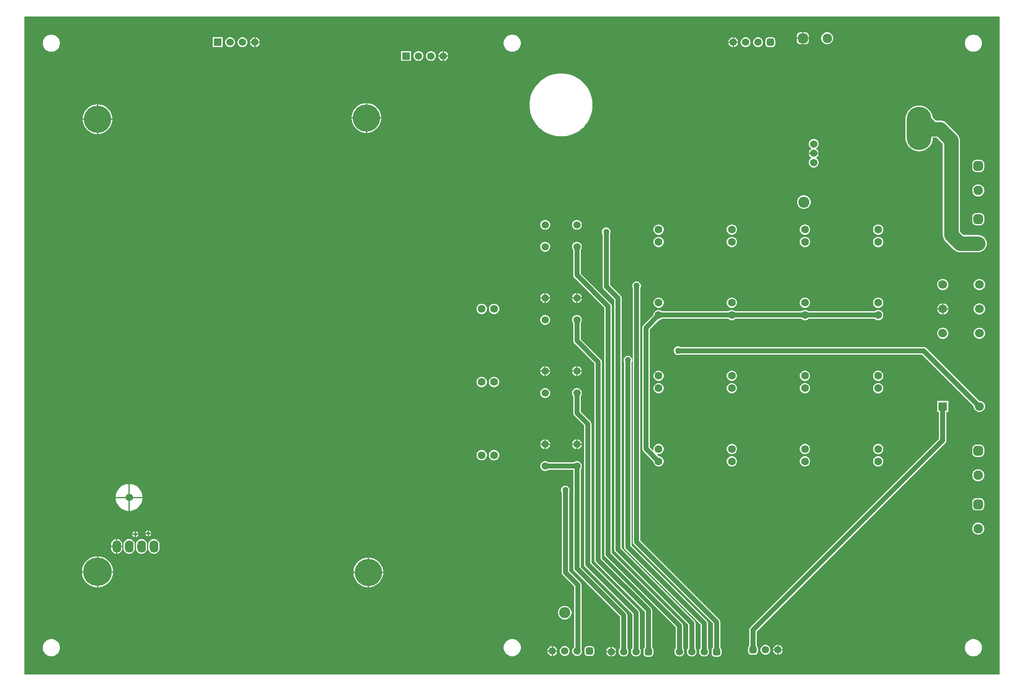
<source format=gbr>
%TF.GenerationSoftware,Altium Limited,Altium Designer,21.6.4 (81)*%
G04 Layer_Physical_Order=1*
G04 Layer_Color=255*
%FSLAX43Y43*%
%MOMM*%
%TF.SameCoordinates,51A45B19-5AA5-45A3-BC04-4EA5AD39BA57*%
%TF.FilePolarity,Positive*%
%TF.FileFunction,Copper,L1,Top,Signal*%
%TF.Part,Single*%
G01*
G75*
%TA.AperFunction,Conductor*%
%ADD10C,3.000*%
%ADD11C,1.000*%
%ADD12R,8.763X11.557*%
%TA.AperFunction,ComponentPad*%
G04:AMPARAMS|DCode=13|XSize=1.95mm|YSize=1.95mm|CornerRadius=0.488mm|HoleSize=0mm|Usage=FLASHONLY|Rotation=0.000|XOffset=0mm|YOffset=0mm|HoleType=Round|Shape=RoundedRectangle|*
%AMROUNDEDRECTD13*
21,1,1.950,0.975,0,0,0.0*
21,1,0.975,1.950,0,0,0.0*
1,1,0.975,0.488,-0.488*
1,1,0.975,-0.488,-0.488*
1,1,0.975,-0.488,0.488*
1,1,0.975,0.488,0.488*
%
%ADD13ROUNDEDRECTD13*%
%ADD14C,1.950*%
%ADD15C,1.500*%
G04:AMPARAMS|DCode=16|XSize=1.5mm|YSize=1.5mm|CornerRadius=0.375mm|HoleSize=0mm|Usage=FLASHONLY|Rotation=0.000|XOffset=0mm|YOffset=0mm|HoleType=Round|Shape=RoundedRectangle|*
%AMROUNDEDRECTD16*
21,1,1.500,0.750,0,0,0.0*
21,1,0.750,1.500,0,0,0.0*
1,1,0.750,0.375,-0.375*
1,1,0.750,-0.375,-0.375*
1,1,0.750,-0.375,0.375*
1,1,0.750,0.375,0.375*
%
%ADD16ROUNDEDRECTD16*%
G04:AMPARAMS|DCode=17|XSize=1.95mm|YSize=1.95mm|CornerRadius=0.488mm|HoleSize=0mm|Usage=FLASHONLY|Rotation=270.000|XOffset=0mm|YOffset=0mm|HoleType=Round|Shape=RoundedRectangle|*
%AMROUNDEDRECTD17*
21,1,1.950,0.975,0,0,270.0*
21,1,0.975,1.950,0,0,270.0*
1,1,0.975,-0.488,-0.488*
1,1,0.975,-0.488,0.488*
1,1,0.975,0.488,0.488*
1,1,0.975,0.488,-0.488*
%
%ADD17ROUNDEDRECTD17*%
%ADD18C,1.800*%
%ADD19R,1.800X1.800*%
%ADD20C,2.286*%
%ADD21O,5.080X8.890*%
%ADD22C,1.524*%
%ADD23C,1.600*%
%ADD24R,1.500X1.500*%
%ADD25C,5.842*%
%ADD26C,5.588*%
%ADD27O,1.778X2.540*%
%TA.AperFunction,ViaPad*%
%ADD28C,1.270*%
%ADD29C,0.700*%
G36*
X199898Y0D02*
X0D01*
Y135001D01*
X199898D01*
Y0D01*
D02*
G37*
%LPC*%
G36*
X160039Y131735D02*
X159679D01*
Y130627D01*
X160787D01*
Y130988D01*
X160762Y131181D01*
X160687Y131361D01*
X160568Y131516D01*
X160413Y131635D01*
X160233Y131710D01*
X160039Y131735D01*
D02*
G37*
G36*
X159425D02*
X159064D01*
X158871Y131710D01*
X158690Y131635D01*
X158535Y131516D01*
X158417Y131361D01*
X158342Y131181D01*
X158316Y130988D01*
Y130627D01*
X159425D01*
Y131735D01*
D02*
G37*
G36*
X47376Y130704D02*
X47371D01*
Y129827D01*
X48248D01*
Y129832D01*
X48180Y130088D01*
X48047Y130316D01*
X47860Y130503D01*
X47632Y130636D01*
X47376Y130704D01*
D02*
G37*
G36*
X47117D02*
X47112D01*
X46856Y130636D01*
X46628Y130503D01*
X46441Y130316D01*
X46308Y130088D01*
X46240Y129832D01*
Y129827D01*
X47117D01*
Y130704D01*
D02*
G37*
G36*
X145420D02*
X145415D01*
Y129827D01*
X146292D01*
Y129832D01*
X146224Y130088D01*
X146091Y130316D01*
X145904Y130503D01*
X145676Y130636D01*
X145420Y130704D01*
D02*
G37*
G36*
X145161D02*
X145156D01*
X144900Y130636D01*
X144672Y130503D01*
X144485Y130316D01*
X144352Y130088D01*
X144284Y129832D01*
Y129827D01*
X145161D01*
Y130704D01*
D02*
G37*
G36*
X164714Y131729D02*
X164390D01*
X164077Y131645D01*
X163797Y131483D01*
X163568Y131255D01*
X163407Y130974D01*
X163323Y130662D01*
Y130338D01*
X163407Y130026D01*
X163568Y129745D01*
X163797Y129517D01*
X164077Y129355D01*
X164390Y129271D01*
X164714D01*
X165026Y129355D01*
X165306Y129517D01*
X165535Y129745D01*
X165697Y130026D01*
X165781Y130338D01*
Y130662D01*
X165697Y130974D01*
X165535Y131255D01*
X165306Y131483D01*
X165026Y131645D01*
X164714Y131729D01*
D02*
G37*
G36*
X160787Y130373D02*
X159679D01*
Y129265D01*
X160039D01*
X160233Y129290D01*
X160413Y129365D01*
X160568Y129484D01*
X160687Y129639D01*
X160762Y129819D01*
X160787Y130013D01*
Y130373D01*
D02*
G37*
G36*
X159425D02*
X158316D01*
Y130013D01*
X158342Y129819D01*
X158417Y129639D01*
X158535Y129484D01*
X158690Y129365D01*
X158871Y129290D01*
X159064Y129265D01*
X159425D01*
Y130373D01*
D02*
G37*
G36*
X150500Y130704D02*
X150236D01*
X149980Y130636D01*
X149752Y130503D01*
X149565Y130316D01*
X149432Y130088D01*
X149364Y129832D01*
Y129568D01*
X149432Y129312D01*
X149565Y129084D01*
X149752Y128897D01*
X149980Y128764D01*
X150236Y128696D01*
X150500D01*
X150756Y128764D01*
X150984Y128897D01*
X151171Y129084D01*
X151304Y129312D01*
X151372Y129568D01*
Y129832D01*
X151304Y130088D01*
X151171Y130316D01*
X150984Y130503D01*
X150756Y130636D01*
X150500Y130704D01*
D02*
G37*
G36*
X147960D02*
X147696D01*
X147440Y130636D01*
X147212Y130503D01*
X147025Y130316D01*
X146892Y130088D01*
X146824Y129832D01*
Y129568D01*
X146892Y129312D01*
X147025Y129084D01*
X147212Y128897D01*
X147440Y128764D01*
X147696Y128696D01*
X147960D01*
X148216Y128764D01*
X148444Y128897D01*
X148631Y129084D01*
X148764Y129312D01*
X148832Y129568D01*
Y129832D01*
X148764Y130088D01*
X148631Y130316D01*
X148444Y130503D01*
X148216Y130636D01*
X147960Y130704D01*
D02*
G37*
G36*
X146292Y129573D02*
X145415D01*
Y128696D01*
X145420D01*
X145676Y128764D01*
X145904Y128897D01*
X146091Y129084D01*
X146224Y129312D01*
X146292Y129568D01*
Y129573D01*
D02*
G37*
G36*
X145161D02*
X144284D01*
Y129568D01*
X144352Y129312D01*
X144485Y129084D01*
X144672Y128897D01*
X144900Y128764D01*
X145156Y128696D01*
X145161D01*
Y129573D01*
D02*
G37*
G36*
X48248Y129573D02*
X47371D01*
Y128696D01*
X47376D01*
X47632Y128764D01*
X47860Y128897D01*
X48047Y129084D01*
X48180Y129312D01*
X48248Y129568D01*
Y129573D01*
D02*
G37*
G36*
X47117D02*
X46240D01*
Y129568D01*
X46308Y129312D01*
X46441Y129084D01*
X46628Y128897D01*
X46856Y128764D01*
X47112Y128696D01*
X47117D01*
Y129573D01*
D02*
G37*
G36*
X44836Y130704D02*
X44572D01*
X44316Y130636D01*
X44088Y130503D01*
X43901Y130316D01*
X43768Y130088D01*
X43700Y129832D01*
Y129568D01*
X43768Y129312D01*
X43901Y129084D01*
X44088Y128897D01*
X44316Y128764D01*
X44572Y128696D01*
X44836D01*
X45092Y128764D01*
X45320Y128897D01*
X45507Y129084D01*
X45640Y129312D01*
X45708Y129568D01*
Y129832D01*
X45640Y130088D01*
X45507Y130316D01*
X45320Y130503D01*
X45092Y130636D01*
X44836Y130704D01*
D02*
G37*
G36*
X42296D02*
X42032D01*
X41776Y130636D01*
X41548Y130503D01*
X41361Y130316D01*
X41228Y130088D01*
X41160Y129832D01*
Y129568D01*
X41228Y129312D01*
X41361Y129084D01*
X41548Y128897D01*
X41776Y128764D01*
X42032Y128696D01*
X42296D01*
X42552Y128764D01*
X42780Y128897D01*
X42967Y129084D01*
X43100Y129312D01*
X43168Y129568D01*
Y129832D01*
X43100Y130088D01*
X42967Y130316D01*
X42780Y130503D01*
X42552Y130636D01*
X42296Y130704D01*
D02*
G37*
G36*
X40628D02*
X38620D01*
Y128696D01*
X40628D01*
Y130704D01*
D02*
G37*
G36*
X153283Y130716D02*
X152533D01*
X152288Y130667D01*
X152080Y130528D01*
X151941Y130320D01*
X151892Y130075D01*
Y129325D01*
X151941Y129080D01*
X152080Y128872D01*
X152288Y128732D01*
X152533Y128684D01*
X153283D01*
X153528Y128732D01*
X153736Y128872D01*
X153876Y129080D01*
X153924Y129325D01*
Y130075D01*
X153876Y130320D01*
X153736Y130528D01*
X153528Y130667D01*
X153283Y130716D01*
D02*
G37*
G36*
X194673Y131259D02*
X194377D01*
X194352Y131254D01*
X194327D01*
X194037Y131196D01*
X194013Y131187D01*
X193988Y131182D01*
X193715Y131069D01*
X193694Y131054D01*
X193671Y131045D01*
X193425Y130880D01*
X193407Y130862D01*
X193386Y130848D01*
X193177Y130639D01*
X193163Y130618D01*
X193145Y130600D01*
X192980Y130354D01*
X192971Y130331D01*
X192956Y130310D01*
X192843Y130037D01*
X192838Y130012D01*
X192829Y129988D01*
X192771Y129698D01*
Y129673D01*
X192766Y129648D01*
Y129352D01*
X192771Y129327D01*
Y129302D01*
X192829Y129012D01*
X192838Y128988D01*
X192843Y128963D01*
X192956Y128690D01*
X192971Y128669D01*
X192980Y128646D01*
X193145Y128400D01*
X193163Y128382D01*
X193177Y128361D01*
X193386Y128152D01*
X193407Y128138D01*
X193425Y128120D01*
X193671Y127955D01*
X193694Y127946D01*
X193715Y127931D01*
X193988Y127818D01*
X194013Y127813D01*
X194037Y127804D01*
X194327Y127746D01*
X194352D01*
X194377Y127741D01*
X194673D01*
X194698Y127746D01*
X194723D01*
X195013Y127804D01*
X195037Y127813D01*
X195062Y127818D01*
X195335Y127931D01*
X195356Y127946D01*
X195379Y127955D01*
X195625Y128120D01*
X195643Y128138D01*
X195664Y128152D01*
X195873Y128361D01*
X195887Y128382D01*
X195905Y128400D01*
X196070Y128646D01*
X196079Y128669D01*
X196094Y128690D01*
X196207Y128963D01*
X196212Y128988D01*
X196221Y129012D01*
X196279Y129302D01*
Y129327D01*
X196284Y129352D01*
Y129648D01*
X196279Y129673D01*
Y129698D01*
X196221Y129988D01*
X196212Y130012D01*
X196207Y130037D01*
X196094Y130310D01*
X196079Y130331D01*
X196070Y130354D01*
X195905Y130600D01*
X195887Y130618D01*
X195873Y130639D01*
X195664Y130848D01*
X195643Y130862D01*
X195625Y130880D01*
X195379Y131045D01*
X195356Y131054D01*
X195335Y131069D01*
X195062Y131182D01*
X195037Y131187D01*
X195013Y131196D01*
X194723Y131254D01*
X194698D01*
X194673Y131259D01*
D02*
G37*
G36*
X100148D02*
X99852D01*
X99827Y131254D01*
X99802D01*
X99512Y131196D01*
X99488Y131187D01*
X99463Y131182D01*
X99190Y131069D01*
X99169Y131054D01*
X99146Y131045D01*
X98900Y130880D01*
X98882Y130862D01*
X98861Y130848D01*
X98652Y130639D01*
X98638Y130618D01*
X98620Y130600D01*
X98455Y130354D01*
X98446Y130331D01*
X98431Y130310D01*
X98318Y130037D01*
X98313Y130012D01*
X98304Y129988D01*
X98246Y129698D01*
Y129673D01*
X98241Y129648D01*
Y129352D01*
X98246Y129327D01*
Y129302D01*
X98304Y129012D01*
X98313Y128988D01*
X98318Y128963D01*
X98431Y128690D01*
X98446Y128669D01*
X98455Y128646D01*
X98620Y128400D01*
X98638Y128382D01*
X98652Y128361D01*
X98861Y128152D01*
X98882Y128138D01*
X98900Y128120D01*
X99146Y127955D01*
X99169Y127946D01*
X99190Y127931D01*
X99463Y127818D01*
X99488Y127813D01*
X99512Y127804D01*
X99802Y127746D01*
X99827D01*
X99852Y127741D01*
X100148D01*
X100173Y127746D01*
X100198D01*
X100488Y127804D01*
X100512Y127813D01*
X100537Y127818D01*
X100810Y127931D01*
X100831Y127946D01*
X100854Y127955D01*
X101100Y128120D01*
X101118Y128138D01*
X101139Y128152D01*
X101348Y128361D01*
X101362Y128382D01*
X101380Y128400D01*
X101545Y128646D01*
X101554Y128669D01*
X101569Y128690D01*
X101682Y128963D01*
X101687Y128988D01*
X101696Y129012D01*
X101754Y129302D01*
Y129327D01*
X101759Y129352D01*
Y129648D01*
X101754Y129673D01*
Y129698D01*
X101696Y129988D01*
X101687Y130012D01*
X101682Y130037D01*
X101569Y130310D01*
X101554Y130331D01*
X101545Y130354D01*
X101380Y130600D01*
X101362Y130618D01*
X101348Y130639D01*
X101139Y130848D01*
X101118Y130862D01*
X101100Y130880D01*
X100854Y131045D01*
X100831Y131054D01*
X100810Y131069D01*
X100537Y131182D01*
X100512Y131187D01*
X100488Y131196D01*
X100198Y131254D01*
X100173D01*
X100148Y131259D01*
D02*
G37*
G36*
X5673D02*
X5377D01*
X5352Y131254D01*
X5327D01*
X5037Y131196D01*
X5013Y131187D01*
X4988Y131182D01*
X4715Y131069D01*
X4694Y131054D01*
X4671Y131045D01*
X4425Y130880D01*
X4407Y130862D01*
X4386Y130848D01*
X4177Y130639D01*
X4163Y130618D01*
X4145Y130600D01*
X3980Y130354D01*
X3971Y130331D01*
X3956Y130310D01*
X3843Y130037D01*
X3838Y130012D01*
X3829Y129988D01*
X3771Y129698D01*
Y129673D01*
X3766Y129648D01*
Y129352D01*
X3771Y129327D01*
Y129302D01*
X3829Y129012D01*
X3838Y128988D01*
X3843Y128963D01*
X3956Y128690D01*
X3971Y128669D01*
X3980Y128646D01*
X4145Y128400D01*
X4163Y128382D01*
X4177Y128361D01*
X4386Y128152D01*
X4407Y128138D01*
X4425Y128120D01*
X4671Y127955D01*
X4694Y127946D01*
X4715Y127931D01*
X4988Y127818D01*
X5013Y127813D01*
X5037Y127804D01*
X5327Y127746D01*
X5352D01*
X5377Y127741D01*
X5673D01*
X5698Y127746D01*
X5723D01*
X6013Y127804D01*
X6037Y127813D01*
X6062Y127818D01*
X6335Y127931D01*
X6356Y127946D01*
X6379Y127955D01*
X6625Y128120D01*
X6643Y128138D01*
X6664Y128152D01*
X6873Y128361D01*
X6887Y128382D01*
X6905Y128400D01*
X7070Y128646D01*
X7079Y128669D01*
X7094Y128690D01*
X7207Y128963D01*
X7212Y128988D01*
X7221Y129012D01*
X7279Y129302D01*
Y129327D01*
X7284Y129352D01*
Y129648D01*
X7279Y129673D01*
Y129698D01*
X7221Y129988D01*
X7212Y130012D01*
X7207Y130037D01*
X7094Y130310D01*
X7079Y130331D01*
X7070Y130354D01*
X6905Y130600D01*
X6887Y130618D01*
X6873Y130639D01*
X6664Y130848D01*
X6643Y130862D01*
X6625Y130880D01*
X6379Y131045D01*
X6356Y131054D01*
X6335Y131069D01*
X6062Y131182D01*
X6037Y131187D01*
X6013Y131196D01*
X5723Y131254D01*
X5698D01*
X5673Y131259D01*
D02*
G37*
G36*
X85984Y127877D02*
X85979D01*
Y127000D01*
X86856D01*
Y127005D01*
X86788Y127261D01*
X86655Y127489D01*
X86468Y127676D01*
X86240Y127809D01*
X85984Y127877D01*
D02*
G37*
G36*
X85725D02*
X85720D01*
X85464Y127809D01*
X85236Y127676D01*
X85049Y127489D01*
X84916Y127261D01*
X84848Y127005D01*
Y127000D01*
X85725D01*
Y127877D01*
D02*
G37*
G36*
X86856Y126746D02*
X85979D01*
Y125869D01*
X85984D01*
X86240Y125937D01*
X86468Y126070D01*
X86655Y126257D01*
X86788Y126485D01*
X86856Y126741D01*
Y126746D01*
D02*
G37*
G36*
X85725D02*
X84848D01*
Y126741D01*
X84916Y126485D01*
X85049Y126257D01*
X85236Y126070D01*
X85464Y125937D01*
X85720Y125869D01*
X85725D01*
Y126746D01*
D02*
G37*
G36*
X83444Y127877D02*
X83180D01*
X82924Y127809D01*
X82696Y127676D01*
X82509Y127489D01*
X82376Y127261D01*
X82308Y127005D01*
Y126741D01*
X82376Y126485D01*
X82509Y126257D01*
X82696Y126070D01*
X82924Y125937D01*
X83180Y125869D01*
X83444D01*
X83700Y125937D01*
X83928Y126070D01*
X84115Y126257D01*
X84248Y126485D01*
X84316Y126741D01*
Y127005D01*
X84248Y127261D01*
X84115Y127489D01*
X83928Y127676D01*
X83700Y127809D01*
X83444Y127877D01*
D02*
G37*
G36*
X80904D02*
X80640D01*
X80384Y127809D01*
X80156Y127676D01*
X79969Y127489D01*
X79836Y127261D01*
X79768Y127005D01*
Y126741D01*
X79836Y126485D01*
X79969Y126257D01*
X80156Y126070D01*
X80384Y125937D01*
X80640Y125869D01*
X80904D01*
X81160Y125937D01*
X81388Y126070D01*
X81575Y126257D01*
X81708Y126485D01*
X81776Y126741D01*
Y127005D01*
X81708Y127261D01*
X81575Y127489D01*
X81388Y127676D01*
X81160Y127809D01*
X80904Y127877D01*
D02*
G37*
G36*
X79236D02*
X77228D01*
Y125869D01*
X79236D01*
Y127877D01*
D02*
G37*
G36*
X110304Y123296D02*
X109696D01*
X109683Y123294D01*
X109670Y123295D01*
X109064Y123235D01*
X109052Y123231D01*
X109039D01*
X108442Y123113D01*
X108430Y123108D01*
X108417Y123106D01*
X107835Y122930D01*
X107823Y122924D01*
X107811Y122921D01*
X107248Y122688D01*
X107237Y122681D01*
X107225Y122677D01*
X106688Y122390D01*
X106678Y122382D01*
X106666Y122377D01*
X106160Y122039D01*
X106151Y122030D01*
X106140Y122024D01*
X105669Y121637D01*
X105661Y121628D01*
X105650Y121620D01*
X105220Y121190D01*
X105213Y121179D01*
X105203Y121171D01*
X104816Y120700D01*
X104810Y120689D01*
X104801Y120680D01*
X104463Y120174D01*
X104458Y120162D01*
X104450Y120152D01*
X104163Y119615D01*
X104159Y119603D01*
X104152Y119592D01*
X103919Y119029D01*
X103916Y119017D01*
X103910Y119005D01*
X103734Y118423D01*
X103732Y118410D01*
X103727Y118398D01*
X103609Y117801D01*
Y117788D01*
X103605Y117776D01*
X103545Y117170D01*
X103547Y117157D01*
X103544Y117144D01*
Y116536D01*
X103547Y116523D01*
X103545Y116510D01*
X103605Y115904D01*
X103609Y115892D01*
Y115879D01*
X103727Y115282D01*
X103732Y115270D01*
X103734Y115257D01*
X103910Y114675D01*
X103916Y114663D01*
X103919Y114651D01*
X104152Y114088D01*
X104159Y114077D01*
X104163Y114065D01*
X104450Y113528D01*
X104458Y113518D01*
X104463Y113506D01*
X104801Y113000D01*
X104810Y112991D01*
X104816Y112980D01*
X105203Y112509D01*
X105213Y112501D01*
X105220Y112490D01*
X105650Y112060D01*
X105661Y112052D01*
X105669Y112043D01*
X106140Y111656D01*
X106151Y111650D01*
X106160Y111641D01*
X106666Y111303D01*
X106678Y111298D01*
X106688Y111290D01*
X107225Y111003D01*
X107237Y110999D01*
X107248Y110992D01*
X107811Y110759D01*
X107823Y110756D01*
X107835Y110750D01*
X108417Y110574D01*
X108430Y110572D01*
X108442Y110567D01*
X109039Y110449D01*
X109052D01*
X109064Y110445D01*
X109670Y110385D01*
X109683Y110386D01*
X109696Y110384D01*
X110304D01*
X110317Y110386D01*
X110330Y110385D01*
X110936Y110445D01*
X110948Y110449D01*
X110961D01*
X111558Y110567D01*
X111570Y110572D01*
X111583Y110574D01*
X112165Y110750D01*
X112177Y110756D01*
X112189Y110759D01*
X112752Y110992D01*
X112763Y110999D01*
X112775Y111003D01*
X113312Y111290D01*
X113322Y111298D01*
X113334Y111303D01*
X113840Y111641D01*
X113849Y111650D01*
X113860Y111656D01*
X114331Y112043D01*
X114339Y112052D01*
X114350Y112060D01*
X114780Y112490D01*
X114787Y112501D01*
X114797Y112509D01*
X115184Y112980D01*
X115190Y112991D01*
X115199Y113000D01*
X115537Y113506D01*
X115542Y113518D01*
X115550Y113528D01*
X115837Y114065D01*
X115841Y114077D01*
X115848Y114088D01*
X116081Y114651D01*
X116084Y114663D01*
X116090Y114675D01*
X116266Y115257D01*
X116268Y115270D01*
X116273Y115282D01*
X116391Y115879D01*
Y115892D01*
X116395Y115904D01*
X116455Y116510D01*
X116453Y116523D01*
X116456Y116536D01*
Y117144D01*
X116453Y117157D01*
X116455Y117170D01*
X116395Y117776D01*
X116391Y117788D01*
Y117801D01*
X116273Y118398D01*
X116268Y118410D01*
X116266Y118423D01*
X116090Y119005D01*
X116084Y119017D01*
X116081Y119029D01*
X115848Y119592D01*
X115841Y119603D01*
X115837Y119615D01*
X115550Y120152D01*
X115542Y120162D01*
X115537Y120174D01*
X115199Y120680D01*
X115190Y120689D01*
X115184Y120700D01*
X114797Y121171D01*
X114787Y121179D01*
X114780Y121190D01*
X114350Y121620D01*
X114339Y121628D01*
X114331Y121637D01*
X113860Y122024D01*
X113849Y122030D01*
X113840Y122039D01*
X113334Y122377D01*
X113322Y122382D01*
X113312Y122390D01*
X112775Y122677D01*
X112763Y122681D01*
X112752Y122688D01*
X112189Y122921D01*
X112177Y122924D01*
X112165Y122930D01*
X111583Y123106D01*
X111570Y123108D01*
X111558Y123113D01*
X110961Y123231D01*
X110948D01*
X110936Y123235D01*
X110330Y123295D01*
X110317Y123294D01*
X110304Y123296D01*
D02*
G37*
G36*
X70344Y117221D02*
X70231D01*
Y114300D01*
X73152D01*
Y114413D01*
X73077Y114887D01*
X72929Y115343D01*
X72711Y115771D01*
X72429Y116159D01*
X72090Y116498D01*
X71701Y116780D01*
X71274Y116998D01*
X70818Y117146D01*
X70344Y117221D01*
D02*
G37*
G36*
X69977D02*
X69864D01*
X69390Y117146D01*
X68934Y116998D01*
X68507Y116780D01*
X68118Y116498D01*
X67779Y116159D01*
X67497Y115771D01*
X67279Y115343D01*
X67131Y114887D01*
X67056Y114413D01*
Y114300D01*
X69977D01*
Y117221D01*
D02*
G37*
G36*
X15226Y116967D02*
X15113D01*
Y114046D01*
X18034D01*
Y114159D01*
X17959Y114633D01*
X17811Y115089D01*
X17593Y115517D01*
X17311Y115905D01*
X16972Y116244D01*
X16583Y116526D01*
X16156Y116744D01*
X15700Y116892D01*
X15226Y116967D01*
D02*
G37*
G36*
X14859D02*
X14746D01*
X14272Y116892D01*
X13816Y116744D01*
X13389Y116526D01*
X13000Y116244D01*
X12661Y115905D01*
X12379Y115517D01*
X12161Y115089D01*
X12013Y114633D01*
X11938Y114159D01*
Y114046D01*
X14859D01*
Y116967D01*
D02*
G37*
G36*
X73152Y114046D02*
X70231D01*
Y111125D01*
X70344D01*
X70818Y111200D01*
X71274Y111348D01*
X71701Y111566D01*
X72090Y111848D01*
X72429Y112187D01*
X72711Y112576D01*
X72929Y113003D01*
X73077Y113459D01*
X73152Y113933D01*
Y114046D01*
D02*
G37*
G36*
X69977D02*
X67056D01*
Y113933D01*
X67131Y113459D01*
X67279Y113003D01*
X67497Y112576D01*
X67779Y112187D01*
X68118Y111848D01*
X68507Y111566D01*
X68934Y111348D01*
X69390Y111200D01*
X69864Y111125D01*
X69977D01*
Y114046D01*
D02*
G37*
G36*
X18034Y113792D02*
X15113D01*
Y110871D01*
X15226D01*
X15700Y110946D01*
X16156Y111094D01*
X16583Y111312D01*
X16972Y111594D01*
X17311Y111933D01*
X17593Y112322D01*
X17811Y112749D01*
X17959Y113205D01*
X18034Y113679D01*
Y113792D01*
D02*
G37*
G36*
X14859D02*
X11938D01*
Y113679D01*
X12013Y113205D01*
X12161Y112749D01*
X12379Y112322D01*
X12661Y111933D01*
X13000Y111594D01*
X13389Y111312D01*
X13816Y111094D01*
X14272Y110946D01*
X14746Y110871D01*
X14859D01*
Y113792D01*
D02*
G37*
G36*
X161932Y109855D02*
X161664D01*
X161406Y109786D01*
X161174Y109652D01*
X160985Y109463D01*
X160851Y109231D01*
X160782Y108973D01*
Y108705D01*
X160851Y108447D01*
X160985Y108215D01*
X161174Y108026D01*
X161289Y107960D01*
Y107813D01*
X161174Y107747D01*
X160985Y107558D01*
X160851Y107326D01*
X160782Y107068D01*
Y107061D01*
X161798D01*
X162814D01*
Y107068D01*
X162745Y107326D01*
X162611Y107558D01*
X162422Y107747D01*
X162307Y107813D01*
Y107960D01*
X162422Y108026D01*
X162611Y108215D01*
X162745Y108447D01*
X162814Y108705D01*
Y108973D01*
X162745Y109231D01*
X162611Y109463D01*
X162422Y109652D01*
X162190Y109786D01*
X161932Y109855D01*
D02*
G37*
G36*
X162814Y106807D02*
X161798D01*
X160782D01*
Y106800D01*
X160851Y106542D01*
X160985Y106310D01*
X161174Y106121D01*
X161289Y106055D01*
Y105908D01*
X161174Y105842D01*
X160985Y105653D01*
X160851Y105421D01*
X160782Y105163D01*
Y104895D01*
X160851Y104637D01*
X160985Y104405D01*
X161174Y104216D01*
X161406Y104082D01*
X161664Y104013D01*
X161932D01*
X162190Y104082D01*
X162422Y104216D01*
X162611Y104405D01*
X162745Y104637D01*
X162814Y104895D01*
Y105163D01*
X162745Y105421D01*
X162611Y105653D01*
X162422Y105842D01*
X162307Y105908D01*
Y106055D01*
X162422Y106121D01*
X162611Y106310D01*
X162745Y106542D01*
X162814Y106800D01*
Y106807D01*
D02*
G37*
G36*
X195988Y105550D02*
X195013D01*
X194819Y105524D01*
X194639Y105450D01*
X194484Y105331D01*
X194365Y105176D01*
X194290Y104996D01*
X194265Y104802D01*
Y103827D01*
X194290Y103633D01*
X194365Y103453D01*
X194484Y103298D01*
X194639Y103179D01*
X194819Y103105D01*
X195013Y103079D01*
X195988D01*
X196181Y103105D01*
X196361Y103179D01*
X196516Y103298D01*
X196635Y103453D01*
X196710Y103633D01*
X196735Y103827D01*
Y104802D01*
X196710Y104996D01*
X196635Y105176D01*
X196516Y105331D01*
X196361Y105450D01*
X196181Y105524D01*
X195988Y105550D01*
D02*
G37*
G36*
X183388Y106806D02*
Y102235D01*
X186064D01*
Y104013D01*
X186029Y104451D01*
X185926Y104879D01*
X185758Y105285D01*
X185528Y105660D01*
X185243Y105995D01*
X184908Y106280D01*
X184533Y106510D01*
X184127Y106678D01*
X183699Y106781D01*
X183388Y106806D01*
D02*
G37*
G36*
X183134D02*
X182823Y106781D01*
X182395Y106678D01*
X181989Y106510D01*
X181614Y106280D01*
X181279Y105995D01*
X180994Y105660D01*
X180764Y105285D01*
X180596Y104879D01*
X180493Y104451D01*
X180458Y104013D01*
Y102235D01*
X183134D01*
Y106806D01*
D02*
G37*
G36*
X195662Y100543D02*
X195338D01*
X195026Y100460D01*
X194745Y100298D01*
X194517Y100069D01*
X194355Y99789D01*
X194271Y99476D01*
Y99153D01*
X194355Y98840D01*
X194517Y98560D01*
X194745Y98331D01*
X195026Y98169D01*
X195338Y98085D01*
X195662D01*
X195974Y98169D01*
X196255Y98331D01*
X196483Y98560D01*
X196645Y98840D01*
X196729Y99153D01*
Y99476D01*
X196645Y99789D01*
X196483Y100069D01*
X196255Y100298D01*
X195974Y100460D01*
X195662Y100543D01*
D02*
G37*
G36*
X186064Y101981D02*
X183388D01*
Y97410D01*
X183699Y97435D01*
X184127Y97538D01*
X184533Y97706D01*
X184908Y97936D01*
X185243Y98221D01*
X185528Y98556D01*
X185758Y98931D01*
X185926Y99337D01*
X186029Y99765D01*
X186064Y100203D01*
Y101981D01*
D02*
G37*
G36*
X183134D02*
X180458D01*
Y100203D01*
X180493Y99765D01*
X180596Y99337D01*
X180764Y98931D01*
X180994Y98556D01*
X181279Y98221D01*
X181614Y97936D01*
X181989Y97706D01*
X182395Y97538D01*
X182823Y97435D01*
X183134Y97410D01*
Y101981D01*
D02*
G37*
G36*
X159950Y98298D02*
X159582D01*
X159227Y98203D01*
X158908Y98019D01*
X158648Y97759D01*
X158464Y97440D01*
X158369Y97085D01*
Y96717D01*
X158464Y96362D01*
X158648Y96043D01*
X158908Y95783D01*
X159227Y95599D01*
X159582Y95504D01*
X159950D01*
X160305Y95599D01*
X160624Y95783D01*
X160884Y96043D01*
X161068Y96362D01*
X161163Y96717D01*
Y97085D01*
X161068Y97440D01*
X160884Y97759D01*
X160624Y98019D01*
X160305Y98203D01*
X159950Y98298D01*
D02*
G37*
G36*
X195988Y94627D02*
X195013D01*
X194819Y94602D01*
X194639Y94527D01*
X194484Y94408D01*
X194365Y94253D01*
X194290Y94073D01*
X194265Y93879D01*
Y92904D01*
X194290Y92711D01*
X194365Y92531D01*
X194484Y92376D01*
X194639Y92257D01*
X194819Y92182D01*
X195013Y92157D01*
X195988D01*
X196181Y92182D01*
X196361Y92257D01*
X196516Y92376D01*
X196635Y92531D01*
X196710Y92711D01*
X196735Y92904D01*
Y93879D01*
X196710Y94073D01*
X196635Y94253D01*
X196516Y94408D01*
X196361Y94527D01*
X196181Y94602D01*
X195988Y94627D01*
D02*
G37*
G36*
X113382Y93254D02*
X113118D01*
X112862Y93186D01*
X112634Y93053D01*
X112447Y92866D01*
X112314Y92638D01*
X112246Y92382D01*
Y92118D01*
X112314Y91862D01*
X112447Y91634D01*
X112634Y91447D01*
X112862Y91314D01*
X113118Y91246D01*
X113382D01*
X113638Y91314D01*
X113866Y91447D01*
X114053Y91634D01*
X114186Y91862D01*
X114254Y92118D01*
Y92382D01*
X114186Y92638D01*
X114053Y92866D01*
X113866Y93053D01*
X113638Y93186D01*
X113382Y93254D01*
D02*
G37*
G36*
X106882D02*
X106618D01*
X106362Y93186D01*
X106134Y93053D01*
X105947Y92866D01*
X105814Y92638D01*
X105746Y92382D01*
Y92118D01*
X105814Y91862D01*
X105947Y91634D01*
X106134Y91447D01*
X106362Y91314D01*
X106618Y91246D01*
X106882D01*
X107138Y91314D01*
X107366Y91447D01*
X107553Y91634D01*
X107686Y91862D01*
X107754Y92118D01*
Y92382D01*
X107686Y92638D01*
X107553Y92866D01*
X107366Y93053D01*
X107138Y93186D01*
X106882Y93254D01*
D02*
G37*
G36*
X175139Y92324D02*
X174861D01*
X174593Y92252D01*
X174353Y92113D01*
X174157Y91917D01*
X174018Y91677D01*
X173946Y91409D01*
Y91131D01*
X174018Y90863D01*
X174157Y90623D01*
X174353Y90427D01*
X174593Y90288D01*
X174861Y90216D01*
X175139D01*
X175407Y90288D01*
X175647Y90427D01*
X175843Y90623D01*
X175982Y90863D01*
X176054Y91131D01*
Y91409D01*
X175982Y91677D01*
X175843Y91917D01*
X175647Y92113D01*
X175407Y92252D01*
X175139Y92324D01*
D02*
G37*
G36*
X160139D02*
X159861D01*
X159593Y92252D01*
X159353Y92113D01*
X159157Y91917D01*
X159018Y91677D01*
X158946Y91409D01*
Y91131D01*
X159018Y90863D01*
X159157Y90623D01*
X159353Y90427D01*
X159593Y90288D01*
X159861Y90216D01*
X160139D01*
X160407Y90288D01*
X160647Y90427D01*
X160843Y90623D01*
X160982Y90863D01*
X161054Y91131D01*
Y91409D01*
X160982Y91677D01*
X160843Y91917D01*
X160647Y92113D01*
X160407Y92252D01*
X160139Y92324D01*
D02*
G37*
G36*
X145139D02*
X144861D01*
X144593Y92252D01*
X144353Y92113D01*
X144157Y91917D01*
X144018Y91677D01*
X143946Y91409D01*
Y91131D01*
X144018Y90863D01*
X144157Y90623D01*
X144353Y90427D01*
X144593Y90288D01*
X144861Y90216D01*
X145139D01*
X145407Y90288D01*
X145647Y90427D01*
X145843Y90623D01*
X145982Y90863D01*
X146054Y91131D01*
Y91409D01*
X145982Y91677D01*
X145843Y91917D01*
X145647Y92113D01*
X145407Y92252D01*
X145139Y92324D01*
D02*
G37*
G36*
X130139D02*
X129861D01*
X129593Y92252D01*
X129353Y92113D01*
X129157Y91917D01*
X129018Y91677D01*
X128946Y91409D01*
Y91131D01*
X129018Y90863D01*
X129157Y90623D01*
X129353Y90427D01*
X129593Y90288D01*
X129861Y90216D01*
X130139D01*
X130407Y90288D01*
X130647Y90427D01*
X130843Y90623D01*
X130982Y90863D01*
X131054Y91131D01*
Y91409D01*
X130982Y91677D01*
X130843Y91917D01*
X130647Y92113D01*
X130407Y92252D01*
X130139Y92324D01*
D02*
G37*
G36*
X175139Y89784D02*
X174861D01*
X174593Y89712D01*
X174353Y89573D01*
X174157Y89377D01*
X174018Y89137D01*
X173946Y88869D01*
Y88591D01*
X174018Y88323D01*
X174157Y88083D01*
X174353Y87887D01*
X174593Y87748D01*
X174861Y87676D01*
X175139D01*
X175407Y87748D01*
X175647Y87887D01*
X175843Y88083D01*
X175982Y88323D01*
X176054Y88591D01*
Y88869D01*
X175982Y89137D01*
X175843Y89377D01*
X175647Y89573D01*
X175407Y89712D01*
X175139Y89784D01*
D02*
G37*
G36*
X160139D02*
X159861D01*
X159593Y89712D01*
X159353Y89573D01*
X159157Y89377D01*
X159018Y89137D01*
X158946Y88869D01*
Y88591D01*
X159018Y88323D01*
X159157Y88083D01*
X159353Y87887D01*
X159593Y87748D01*
X159861Y87676D01*
X160139D01*
X160407Y87748D01*
X160647Y87887D01*
X160843Y88083D01*
X160982Y88323D01*
X161054Y88591D01*
Y88869D01*
X160982Y89137D01*
X160843Y89377D01*
X160647Y89573D01*
X160407Y89712D01*
X160139Y89784D01*
D02*
G37*
G36*
X145139D02*
X144861D01*
X144593Y89712D01*
X144353Y89573D01*
X144157Y89377D01*
X144018Y89137D01*
X143946Y88869D01*
Y88591D01*
X144018Y88323D01*
X144157Y88083D01*
X144353Y87887D01*
X144593Y87748D01*
X144861Y87676D01*
X145139D01*
X145407Y87748D01*
X145647Y87887D01*
X145843Y88083D01*
X145982Y88323D01*
X146054Y88591D01*
Y88869D01*
X145982Y89137D01*
X145843Y89377D01*
X145647Y89573D01*
X145407Y89712D01*
X145139Y89784D01*
D02*
G37*
G36*
X130139D02*
X129861D01*
X129593Y89712D01*
X129353Y89573D01*
X129157Y89377D01*
X129018Y89137D01*
X128946Y88869D01*
Y88591D01*
X129018Y88323D01*
X129157Y88083D01*
X129353Y87887D01*
X129593Y87748D01*
X129861Y87676D01*
X130139D01*
X130407Y87748D01*
X130647Y87887D01*
X130843Y88083D01*
X130982Y88323D01*
X131054Y88591D01*
Y88869D01*
X130982Y89137D01*
X130843Y89377D01*
X130647Y89573D01*
X130407Y89712D01*
X130139Y89784D01*
D02*
G37*
G36*
X106882Y88754D02*
X106618D01*
X106362Y88686D01*
X106134Y88553D01*
X105947Y88366D01*
X105814Y88138D01*
X105746Y87882D01*
Y87618D01*
X105814Y87362D01*
X105947Y87134D01*
X106134Y86947D01*
X106362Y86814D01*
X106618Y86746D01*
X106882D01*
X107138Y86814D01*
X107366Y86947D01*
X107553Y87134D01*
X107686Y87362D01*
X107754Y87618D01*
Y87882D01*
X107686Y88138D01*
X107553Y88366D01*
X107366Y88553D01*
X107138Y88686D01*
X106882Y88754D01*
D02*
G37*
G36*
X183388Y116722D02*
X182950Y116687D01*
X182522Y116584D01*
X182116Y116416D01*
X181741Y116186D01*
X181406Y115901D01*
X181121Y115566D01*
X180891Y115191D01*
X180723Y114785D01*
X180620Y114357D01*
X180585Y113919D01*
Y110109D01*
X180620Y109671D01*
X180723Y109243D01*
X180891Y108837D01*
X181121Y108462D01*
X181406Y108127D01*
X181741Y107842D01*
X182116Y107612D01*
X182522Y107444D01*
X182950Y107341D01*
X183388Y107306D01*
X183826Y107341D01*
X184254Y107444D01*
X184660Y107612D01*
X185035Y107842D01*
X185370Y108127D01*
X185655Y108462D01*
X185885Y108837D01*
X186053Y109243D01*
X186156Y109671D01*
X186191Y110109D01*
Y110125D01*
X186976D01*
X188230Y108871D01*
Y90149D01*
X188263Y89806D01*
X188364Y89475D01*
X188527Y89170D01*
X188746Y88903D01*
X190503Y87146D01*
X190503Y87146D01*
X190770Y86927D01*
X191075Y86764D01*
X191406Y86663D01*
X191749Y86630D01*
X191749Y86630D01*
X195500D01*
X195844Y86663D01*
X196174Y86764D01*
X196479Y86927D01*
X196746Y87146D01*
X196965Y87413D01*
X197128Y87718D01*
X197229Y88048D01*
X197262Y88392D01*
X197229Y88736D01*
X197128Y89066D01*
X196965Y89371D01*
X196746Y89638D01*
X196479Y89857D01*
X196174Y90020D01*
X195844Y90121D01*
X195500Y90154D01*
X192479D01*
X191754Y90879D01*
Y109601D01*
X191754Y109601D01*
X191721Y109945D01*
X191620Y110275D01*
X191457Y110580D01*
X191238Y110847D01*
X188952Y113133D01*
X188685Y113352D01*
X188380Y113515D01*
X188050Y113616D01*
X187706Y113649D01*
X186803D01*
X186161Y114291D01*
X186156Y114357D01*
X186053Y114785D01*
X185885Y115191D01*
X185655Y115566D01*
X185370Y115901D01*
X185035Y116186D01*
X184660Y116416D01*
X184254Y116584D01*
X183826Y116687D01*
X183388Y116722D01*
D02*
G37*
G36*
X195902Y81154D02*
X195598D01*
X195305Y81075D01*
X195041Y80923D01*
X194827Y80709D01*
X194675Y80445D01*
X194596Y80152D01*
Y79848D01*
X194675Y79555D01*
X194827Y79291D01*
X195041Y79077D01*
X195305Y78925D01*
X195598Y78846D01*
X195902D01*
X196195Y78925D01*
X196459Y79077D01*
X196673Y79291D01*
X196825Y79555D01*
X196904Y79848D01*
Y80152D01*
X196825Y80445D01*
X196673Y80709D01*
X196459Y80923D01*
X196195Y81075D01*
X195902Y81154D01*
D02*
G37*
G36*
X188402D02*
X188098D01*
X187805Y81075D01*
X187541Y80923D01*
X187327Y80709D01*
X187175Y80445D01*
X187096Y80152D01*
Y79848D01*
X187175Y79555D01*
X187327Y79291D01*
X187541Y79077D01*
X187805Y78925D01*
X188098Y78846D01*
X188402D01*
X188695Y78925D01*
X188959Y79077D01*
X189173Y79291D01*
X189325Y79555D01*
X189404Y79848D01*
Y80152D01*
X189325Y80445D01*
X189173Y80709D01*
X188959Y80923D01*
X188695Y81075D01*
X188402Y81154D01*
D02*
G37*
G36*
X113382Y78254D02*
X113377D01*
Y77377D01*
X114254D01*
Y77382D01*
X114186Y77638D01*
X114053Y77866D01*
X113866Y78053D01*
X113638Y78186D01*
X113382Y78254D01*
D02*
G37*
G36*
X113123D02*
X113118D01*
X112862Y78186D01*
X112634Y78053D01*
X112447Y77866D01*
X112314Y77638D01*
X112246Y77382D01*
Y77377D01*
X113123D01*
Y78254D01*
D02*
G37*
G36*
X106882D02*
X106877D01*
Y77377D01*
X107754D01*
Y77382D01*
X107686Y77638D01*
X107553Y77866D01*
X107366Y78053D01*
X107138Y78186D01*
X106882Y78254D01*
D02*
G37*
G36*
X106623D02*
X106618D01*
X106362Y78186D01*
X106134Y78053D01*
X105947Y77866D01*
X105814Y77638D01*
X105746Y77382D01*
Y77377D01*
X106623D01*
Y78254D01*
D02*
G37*
G36*
X114254Y77123D02*
X113377D01*
Y76246D01*
X113382D01*
X113638Y76314D01*
X113866Y76447D01*
X114053Y76634D01*
X114186Y76862D01*
X114254Y77118D01*
Y77123D01*
D02*
G37*
G36*
X113123D02*
X112246D01*
Y77118D01*
X112314Y76862D01*
X112447Y76634D01*
X112634Y76447D01*
X112862Y76314D01*
X113118Y76246D01*
X113123D01*
Y77123D01*
D02*
G37*
G36*
X107754D02*
X106877D01*
Y76246D01*
X106882D01*
X107138Y76314D01*
X107366Y76447D01*
X107553Y76634D01*
X107686Y76862D01*
X107754Y77118D01*
Y77123D01*
D02*
G37*
G36*
X106623D02*
X105746D01*
Y77118D01*
X105814Y76862D01*
X105947Y76634D01*
X106134Y76447D01*
X106362Y76314D01*
X106618Y76246D01*
X106623D01*
Y77123D01*
D02*
G37*
G36*
X175139Y77324D02*
X174861D01*
X174593Y77252D01*
X174353Y77113D01*
X174157Y76917D01*
X174018Y76677D01*
X173946Y76409D01*
Y76131D01*
X174018Y75863D01*
X174157Y75623D01*
X174353Y75427D01*
X174593Y75288D01*
X174861Y75216D01*
X175139D01*
X175407Y75288D01*
X175647Y75427D01*
X175843Y75623D01*
X175982Y75863D01*
X176054Y76131D01*
Y76409D01*
X175982Y76677D01*
X175843Y76917D01*
X175647Y77113D01*
X175407Y77252D01*
X175139Y77324D01*
D02*
G37*
G36*
X160139D02*
X159861D01*
X159593Y77252D01*
X159353Y77113D01*
X159157Y76917D01*
X159018Y76677D01*
X158946Y76409D01*
Y76131D01*
X159018Y75863D01*
X159157Y75623D01*
X159353Y75427D01*
X159593Y75288D01*
X159861Y75216D01*
X160139D01*
X160407Y75288D01*
X160647Y75427D01*
X160843Y75623D01*
X160982Y75863D01*
X161054Y76131D01*
Y76409D01*
X160982Y76677D01*
X160843Y76917D01*
X160647Y77113D01*
X160407Y77252D01*
X160139Y77324D01*
D02*
G37*
G36*
X145139D02*
X144861D01*
X144593Y77252D01*
X144353Y77113D01*
X144157Y76917D01*
X144018Y76677D01*
X143946Y76409D01*
Y76131D01*
X144018Y75863D01*
X144157Y75623D01*
X144353Y75427D01*
X144593Y75288D01*
X144861Y75216D01*
X145139D01*
X145407Y75288D01*
X145647Y75427D01*
X145843Y75623D01*
X145982Y75863D01*
X146054Y76131D01*
Y76409D01*
X145982Y76677D01*
X145843Y76917D01*
X145647Y77113D01*
X145407Y77252D01*
X145139Y77324D01*
D02*
G37*
G36*
X130139D02*
X129861D01*
X129593Y77252D01*
X129353Y77113D01*
X129157Y76917D01*
X129018Y76677D01*
X128946Y76409D01*
Y76131D01*
X129018Y75863D01*
X129157Y75623D01*
X129353Y75427D01*
X129593Y75288D01*
X129861Y75216D01*
X130139D01*
X130407Y75288D01*
X130647Y75427D01*
X130843Y75623D01*
X130982Y75863D01*
X131054Y76131D01*
Y76409D01*
X130982Y76677D01*
X130843Y76917D01*
X130647Y77113D01*
X130407Y77252D01*
X130139Y77324D01*
D02*
G37*
G36*
X188402Y76154D02*
X188377D01*
Y75127D01*
X189404D01*
Y75152D01*
X189325Y75445D01*
X189173Y75709D01*
X188959Y75923D01*
X188695Y76075D01*
X188402Y76154D01*
D02*
G37*
G36*
X188123D02*
X188098D01*
X187805Y76075D01*
X187541Y75923D01*
X187327Y75709D01*
X187175Y75445D01*
X187096Y75152D01*
Y75127D01*
X188123D01*
Y76154D01*
D02*
G37*
G36*
X175139Y74784D02*
X174861D01*
X174593Y74712D01*
X174353Y74573D01*
X174270Y74491D01*
X160730D01*
X160647Y74573D01*
X160407Y74712D01*
X160139Y74784D01*
X159861D01*
X159593Y74712D01*
X159353Y74573D01*
X159270Y74491D01*
X145730D01*
X145647Y74573D01*
X145407Y74712D01*
X145139Y74784D01*
X144861D01*
X144593Y74712D01*
X144353Y74573D01*
X144270Y74491D01*
X130730D01*
X130647Y74573D01*
X130407Y74712D01*
X130139Y74784D01*
X129861D01*
X129593Y74712D01*
X129353Y74573D01*
X129157Y74377D01*
X129018Y74137D01*
X128946Y73869D01*
Y73752D01*
X126843Y71649D01*
X126722Y71491D01*
X126646Y71308D01*
X126620Y71111D01*
Y46349D01*
X126646Y46152D01*
X126722Y45969D01*
X126843Y45811D01*
X128946Y43708D01*
Y43591D01*
X129018Y43323D01*
X129157Y43083D01*
X129353Y42887D01*
X129593Y42748D01*
X129861Y42676D01*
X130139D01*
X130407Y42748D01*
X130647Y42887D01*
X130843Y43083D01*
X130982Y43323D01*
X131054Y43591D01*
Y43869D01*
X130982Y44137D01*
X130843Y44377D01*
X130647Y44573D01*
X130407Y44712D01*
X130139Y44784D01*
X130022D01*
X129670Y45136D01*
X129735Y45250D01*
X129861Y45216D01*
X130139D01*
X130407Y45288D01*
X130647Y45427D01*
X130843Y45623D01*
X130982Y45863D01*
X131054Y46131D01*
Y46409D01*
X130982Y46677D01*
X130843Y46917D01*
X130647Y47113D01*
X130407Y47252D01*
X130139Y47324D01*
X129861D01*
X129593Y47252D01*
X129353Y47113D01*
X129157Y46917D01*
X129018Y46677D01*
X128946Y46409D01*
Y46131D01*
X128980Y46005D01*
X128866Y45940D01*
X128142Y46664D01*
Y70796D01*
X130022Y72676D01*
X130139D01*
X130407Y72748D01*
X130647Y72887D01*
X130730Y72969D01*
X144270D01*
X144353Y72887D01*
X144593Y72748D01*
X144861Y72676D01*
X145139D01*
X145407Y72748D01*
X145647Y72887D01*
X145730Y72969D01*
X159270D01*
X159353Y72887D01*
X159593Y72748D01*
X159861Y72676D01*
X160139D01*
X160407Y72748D01*
X160647Y72887D01*
X160730Y72969D01*
X174270D01*
X174353Y72887D01*
X174593Y72748D01*
X174861Y72676D01*
X175139D01*
X175407Y72748D01*
X175647Y72887D01*
X175843Y73083D01*
X175982Y73323D01*
X176054Y73591D01*
Y73869D01*
X175982Y74137D01*
X175843Y74377D01*
X175647Y74573D01*
X175407Y74712D01*
X175139Y74784D01*
D02*
G37*
G36*
X96409Y76054D02*
X96131D01*
X95863Y75982D01*
X95623Y75843D01*
X95427Y75647D01*
X95288Y75407D01*
X95216Y75139D01*
Y74861D01*
X95288Y74593D01*
X95427Y74353D01*
X95623Y74157D01*
X95863Y74018D01*
X96131Y73946D01*
X96409D01*
X96677Y74018D01*
X96917Y74157D01*
X97113Y74353D01*
X97252Y74593D01*
X97324Y74861D01*
Y75139D01*
X97252Y75407D01*
X97113Y75647D01*
X96917Y75843D01*
X96677Y75982D01*
X96409Y76054D01*
D02*
G37*
G36*
X93869D02*
X93591D01*
X93323Y75982D01*
X93083Y75843D01*
X92887Y75647D01*
X92748Y75407D01*
X92676Y75139D01*
Y74861D01*
X92748Y74593D01*
X92887Y74353D01*
X93083Y74157D01*
X93323Y74018D01*
X93591Y73946D01*
X93869D01*
X94137Y74018D01*
X94377Y74157D01*
X94573Y74353D01*
X94712Y74593D01*
X94784Y74861D01*
Y75139D01*
X94712Y75407D01*
X94573Y75647D01*
X94377Y75843D01*
X94137Y75982D01*
X93869Y76054D01*
D02*
G37*
G36*
X195902Y76154D02*
X195598D01*
X195305Y76075D01*
X195041Y75923D01*
X194827Y75709D01*
X194675Y75445D01*
X194596Y75152D01*
Y74848D01*
X194675Y74555D01*
X194827Y74291D01*
X195041Y74077D01*
X195305Y73925D01*
X195598Y73846D01*
X195902D01*
X196195Y73925D01*
X196459Y74077D01*
X196673Y74291D01*
X196825Y74555D01*
X196904Y74848D01*
Y75152D01*
X196825Y75445D01*
X196673Y75709D01*
X196459Y75923D01*
X196195Y76075D01*
X195902Y76154D01*
D02*
G37*
G36*
X189404Y74873D02*
X188377D01*
Y73846D01*
X188402D01*
X188695Y73925D01*
X188959Y74077D01*
X189173Y74291D01*
X189325Y74555D01*
X189404Y74848D01*
Y74873D01*
D02*
G37*
G36*
X188123D02*
X187096D01*
Y74848D01*
X187175Y74555D01*
X187327Y74291D01*
X187541Y74077D01*
X187805Y73925D01*
X188098Y73846D01*
X188123D01*
Y74873D01*
D02*
G37*
G36*
X106882Y73754D02*
X106618D01*
X106362Y73686D01*
X106134Y73553D01*
X105947Y73366D01*
X105814Y73138D01*
X105746Y72882D01*
Y72618D01*
X105814Y72362D01*
X105947Y72134D01*
X106134Y71947D01*
X106362Y71814D01*
X106618Y71746D01*
X106882D01*
X107138Y71814D01*
X107366Y71947D01*
X107553Y72134D01*
X107686Y72362D01*
X107754Y72618D01*
Y72882D01*
X107686Y73138D01*
X107553Y73366D01*
X107366Y73553D01*
X107138Y73686D01*
X106882Y73754D01*
D02*
G37*
G36*
X195902Y71154D02*
X195598D01*
X195305Y71075D01*
X195041Y70923D01*
X194827Y70709D01*
X194675Y70445D01*
X194596Y70152D01*
Y69848D01*
X194675Y69555D01*
X194827Y69291D01*
X195041Y69077D01*
X195305Y68925D01*
X195598Y68846D01*
X195902D01*
X196195Y68925D01*
X196459Y69077D01*
X196673Y69291D01*
X196825Y69555D01*
X196904Y69848D01*
Y70152D01*
X196825Y70445D01*
X196673Y70709D01*
X196459Y70923D01*
X196195Y71075D01*
X195902Y71154D01*
D02*
G37*
G36*
X188402D02*
X188098D01*
X187805Y71075D01*
X187541Y70923D01*
X187327Y70709D01*
X187175Y70445D01*
X187096Y70152D01*
Y69848D01*
X187175Y69555D01*
X187327Y69291D01*
X187541Y69077D01*
X187805Y68925D01*
X188098Y68846D01*
X188402D01*
X188695Y68925D01*
X188959Y69077D01*
X189173Y69291D01*
X189325Y69555D01*
X189404Y69848D01*
Y70152D01*
X189325Y70445D01*
X189173Y70709D01*
X188959Y70923D01*
X188695Y71075D01*
X188402Y71154D01*
D02*
G37*
G36*
X113382Y63254D02*
X113377D01*
Y62377D01*
X114254D01*
Y62382D01*
X114186Y62638D01*
X114053Y62866D01*
X113866Y63053D01*
X113638Y63186D01*
X113382Y63254D01*
D02*
G37*
G36*
X113123D02*
X113118D01*
X112862Y63186D01*
X112634Y63053D01*
X112447Y62866D01*
X112314Y62638D01*
X112246Y62382D01*
Y62377D01*
X113123D01*
Y63254D01*
D02*
G37*
G36*
X106882D02*
X106877D01*
Y62377D01*
X107754D01*
Y62382D01*
X107686Y62638D01*
X107553Y62866D01*
X107366Y63053D01*
X107138Y63186D01*
X106882Y63254D01*
D02*
G37*
G36*
X106623D02*
X106618D01*
X106362Y63186D01*
X106134Y63053D01*
X105947Y62866D01*
X105814Y62638D01*
X105746Y62382D01*
Y62377D01*
X106623D01*
Y63254D01*
D02*
G37*
G36*
X114254Y62123D02*
X113377D01*
Y61246D01*
X113382D01*
X113638Y61314D01*
X113866Y61447D01*
X114053Y61634D01*
X114186Y61862D01*
X114254Y62118D01*
Y62123D01*
D02*
G37*
G36*
X113123D02*
X112246D01*
Y62118D01*
X112314Y61862D01*
X112447Y61634D01*
X112634Y61447D01*
X112862Y61314D01*
X113118Y61246D01*
X113123D01*
Y62123D01*
D02*
G37*
G36*
X107754D02*
X106877D01*
Y61246D01*
X106882D01*
X107138Y61314D01*
X107366Y61447D01*
X107553Y61634D01*
X107686Y61862D01*
X107754Y62118D01*
Y62123D01*
D02*
G37*
G36*
X106623D02*
X105746D01*
Y62118D01*
X105814Y61862D01*
X105947Y61634D01*
X106134Y61447D01*
X106362Y61314D01*
X106618Y61246D01*
X106623D01*
Y62123D01*
D02*
G37*
G36*
X175139Y62324D02*
X174861D01*
X174593Y62252D01*
X174353Y62113D01*
X174157Y61917D01*
X174018Y61677D01*
X173946Y61409D01*
Y61131D01*
X174018Y60863D01*
X174157Y60623D01*
X174353Y60427D01*
X174593Y60288D01*
X174861Y60216D01*
X175139D01*
X175407Y60288D01*
X175647Y60427D01*
X175843Y60623D01*
X175982Y60863D01*
X176054Y61131D01*
Y61409D01*
X175982Y61677D01*
X175843Y61917D01*
X175647Y62113D01*
X175407Y62252D01*
X175139Y62324D01*
D02*
G37*
G36*
X160139D02*
X159861D01*
X159593Y62252D01*
X159353Y62113D01*
X159157Y61917D01*
X159018Y61677D01*
X158946Y61409D01*
Y61131D01*
X159018Y60863D01*
X159157Y60623D01*
X159353Y60427D01*
X159593Y60288D01*
X159861Y60216D01*
X160139D01*
X160407Y60288D01*
X160647Y60427D01*
X160843Y60623D01*
X160982Y60863D01*
X161054Y61131D01*
Y61409D01*
X160982Y61677D01*
X160843Y61917D01*
X160647Y62113D01*
X160407Y62252D01*
X160139Y62324D01*
D02*
G37*
G36*
X145139D02*
X144861D01*
X144593Y62252D01*
X144353Y62113D01*
X144157Y61917D01*
X144018Y61677D01*
X143946Y61409D01*
Y61131D01*
X144018Y60863D01*
X144157Y60623D01*
X144353Y60427D01*
X144593Y60288D01*
X144861Y60216D01*
X145139D01*
X145407Y60288D01*
X145647Y60427D01*
X145843Y60623D01*
X145982Y60863D01*
X146054Y61131D01*
Y61409D01*
X145982Y61677D01*
X145843Y61917D01*
X145647Y62113D01*
X145407Y62252D01*
X145139Y62324D01*
D02*
G37*
G36*
X130139D02*
X129861D01*
X129593Y62252D01*
X129353Y62113D01*
X129157Y61917D01*
X129018Y61677D01*
X128946Y61409D01*
Y61131D01*
X129018Y60863D01*
X129157Y60623D01*
X129353Y60427D01*
X129593Y60288D01*
X129861Y60216D01*
X130139D01*
X130407Y60288D01*
X130647Y60427D01*
X130843Y60623D01*
X130982Y60863D01*
X131054Y61131D01*
Y61409D01*
X130982Y61677D01*
X130843Y61917D01*
X130647Y62113D01*
X130407Y62252D01*
X130139Y62324D01*
D02*
G37*
G36*
X96409Y61054D02*
X96131D01*
X95863Y60982D01*
X95623Y60843D01*
X95427Y60647D01*
X95288Y60407D01*
X95216Y60139D01*
Y59861D01*
X95288Y59593D01*
X95427Y59353D01*
X95623Y59157D01*
X95863Y59018D01*
X96131Y58946D01*
X96409D01*
X96677Y59018D01*
X96917Y59157D01*
X97113Y59353D01*
X97252Y59593D01*
X97324Y59861D01*
Y60139D01*
X97252Y60407D01*
X97113Y60647D01*
X96917Y60843D01*
X96677Y60982D01*
X96409Y61054D01*
D02*
G37*
G36*
X93869D02*
X93591D01*
X93323Y60982D01*
X93083Y60843D01*
X92887Y60647D01*
X92748Y60407D01*
X92676Y60139D01*
Y59861D01*
X92748Y59593D01*
X92887Y59353D01*
X93083Y59157D01*
X93323Y59018D01*
X93591Y58946D01*
X93869D01*
X94137Y59018D01*
X94377Y59157D01*
X94573Y59353D01*
X94712Y59593D01*
X94784Y59861D01*
Y60139D01*
X94712Y60407D01*
X94573Y60647D01*
X94377Y60843D01*
X94137Y60982D01*
X93869Y61054D01*
D02*
G37*
G36*
X175139Y59784D02*
X174861D01*
X174593Y59712D01*
X174353Y59573D01*
X174157Y59377D01*
X174018Y59137D01*
X173946Y58869D01*
Y58591D01*
X174018Y58323D01*
X174157Y58083D01*
X174353Y57887D01*
X174593Y57748D01*
X174861Y57676D01*
X175139D01*
X175407Y57748D01*
X175647Y57887D01*
X175843Y58083D01*
X175982Y58323D01*
X176054Y58591D01*
Y58869D01*
X175982Y59137D01*
X175843Y59377D01*
X175647Y59573D01*
X175407Y59712D01*
X175139Y59784D01*
D02*
G37*
G36*
X160139D02*
X159861D01*
X159593Y59712D01*
X159353Y59573D01*
X159157Y59377D01*
X159018Y59137D01*
X158946Y58869D01*
Y58591D01*
X159018Y58323D01*
X159157Y58083D01*
X159353Y57887D01*
X159593Y57748D01*
X159861Y57676D01*
X160139D01*
X160407Y57748D01*
X160647Y57887D01*
X160843Y58083D01*
X160982Y58323D01*
X161054Y58591D01*
Y58869D01*
X160982Y59137D01*
X160843Y59377D01*
X160647Y59573D01*
X160407Y59712D01*
X160139Y59784D01*
D02*
G37*
G36*
X145139D02*
X144861D01*
X144593Y59712D01*
X144353Y59573D01*
X144157Y59377D01*
X144018Y59137D01*
X143946Y58869D01*
Y58591D01*
X144018Y58323D01*
X144157Y58083D01*
X144353Y57887D01*
X144593Y57748D01*
X144861Y57676D01*
X145139D01*
X145407Y57748D01*
X145647Y57887D01*
X145843Y58083D01*
X145982Y58323D01*
X146054Y58591D01*
Y58869D01*
X145982Y59137D01*
X145843Y59377D01*
X145647Y59573D01*
X145407Y59712D01*
X145139Y59784D01*
D02*
G37*
G36*
X130139D02*
X129861D01*
X129593Y59712D01*
X129353Y59573D01*
X129157Y59377D01*
X129018Y59137D01*
X128946Y58869D01*
Y58591D01*
X129018Y58323D01*
X129157Y58083D01*
X129353Y57887D01*
X129593Y57748D01*
X129861Y57676D01*
X130139D01*
X130407Y57748D01*
X130647Y57887D01*
X130843Y58083D01*
X130982Y58323D01*
X131054Y58591D01*
Y58869D01*
X130982Y59137D01*
X130843Y59377D01*
X130647Y59573D01*
X130407Y59712D01*
X130139Y59784D01*
D02*
G37*
G36*
X106882Y58754D02*
X106618D01*
X106362Y58686D01*
X106134Y58553D01*
X105947Y58366D01*
X105814Y58138D01*
X105746Y57882D01*
Y57618D01*
X105814Y57362D01*
X105947Y57134D01*
X106134Y56947D01*
X106362Y56814D01*
X106618Y56746D01*
X106882D01*
X107138Y56814D01*
X107366Y56947D01*
X107553Y57134D01*
X107686Y57362D01*
X107754Y57618D01*
Y57882D01*
X107686Y58138D01*
X107553Y58366D01*
X107366Y58553D01*
X107138Y58686D01*
X106882Y58754D01*
D02*
G37*
G36*
X134102Y67310D02*
X133868D01*
X133642Y67249D01*
X133439Y67132D01*
X133274Y66967D01*
X133157Y66764D01*
X133096Y66538D01*
Y66304D01*
X133157Y66078D01*
X133274Y65875D01*
X133439Y65710D01*
X133642Y65593D01*
X133868Y65532D01*
X134102D01*
X134328Y65593D01*
X134446Y65660D01*
X184014D01*
X194596Y55078D01*
Y54848D01*
X194675Y54555D01*
X194827Y54291D01*
X195041Y54077D01*
X195305Y53925D01*
X195598Y53846D01*
X195902D01*
X196195Y53925D01*
X196459Y54077D01*
X196673Y54291D01*
X196825Y54555D01*
X196904Y54848D01*
Y55152D01*
X196825Y55445D01*
X196673Y55709D01*
X196459Y55923D01*
X196195Y56075D01*
X195902Y56154D01*
X195672D01*
X184867Y66959D01*
X184709Y67080D01*
X184526Y67156D01*
X184329Y67182D01*
X134446D01*
X134328Y67249D01*
X134102Y67310D01*
D02*
G37*
G36*
X113382Y48254D02*
X113377D01*
Y47377D01*
X114254D01*
Y47382D01*
X114186Y47638D01*
X114053Y47866D01*
X113866Y48053D01*
X113638Y48186D01*
X113382Y48254D01*
D02*
G37*
G36*
X113123D02*
X113118D01*
X112862Y48186D01*
X112634Y48053D01*
X112447Y47866D01*
X112314Y47638D01*
X112246Y47382D01*
Y47377D01*
X113123D01*
Y48254D01*
D02*
G37*
G36*
X106882D02*
X106877D01*
Y47377D01*
X107754D01*
Y47382D01*
X107686Y47638D01*
X107553Y47866D01*
X107366Y48053D01*
X107138Y48186D01*
X106882Y48254D01*
D02*
G37*
G36*
X106623D02*
X106618D01*
X106362Y48186D01*
X106134Y48053D01*
X105947Y47866D01*
X105814Y47638D01*
X105746Y47382D01*
Y47377D01*
X106623D01*
Y48254D01*
D02*
G37*
G36*
X114254Y47123D02*
X113377D01*
Y46246D01*
X113382D01*
X113638Y46314D01*
X113866Y46447D01*
X114053Y46634D01*
X114186Y46862D01*
X114254Y47118D01*
Y47123D01*
D02*
G37*
G36*
X113123D02*
X112246D01*
Y47118D01*
X112314Y46862D01*
X112447Y46634D01*
X112634Y46447D01*
X112862Y46314D01*
X113118Y46246D01*
X113123D01*
Y47123D01*
D02*
G37*
G36*
X107754D02*
X106877D01*
Y46246D01*
X106882D01*
X107138Y46314D01*
X107366Y46447D01*
X107553Y46634D01*
X107686Y46862D01*
X107754Y47118D01*
Y47123D01*
D02*
G37*
G36*
X106623D02*
X105746D01*
Y47118D01*
X105814Y46862D01*
X105947Y46634D01*
X106134Y46447D01*
X106362Y46314D01*
X106618Y46246D01*
X106623D01*
Y47123D01*
D02*
G37*
G36*
X175139Y47324D02*
X174861D01*
X174593Y47252D01*
X174353Y47113D01*
X174157Y46917D01*
X174018Y46677D01*
X173946Y46409D01*
Y46131D01*
X174018Y45863D01*
X174157Y45623D01*
X174353Y45427D01*
X174593Y45288D01*
X174861Y45216D01*
X175139D01*
X175407Y45288D01*
X175647Y45427D01*
X175843Y45623D01*
X175982Y45863D01*
X176054Y46131D01*
Y46409D01*
X175982Y46677D01*
X175843Y46917D01*
X175647Y47113D01*
X175407Y47252D01*
X175139Y47324D01*
D02*
G37*
G36*
X160139D02*
X159861D01*
X159593Y47252D01*
X159353Y47113D01*
X159157Y46917D01*
X159018Y46677D01*
X158946Y46409D01*
Y46131D01*
X159018Y45863D01*
X159157Y45623D01*
X159353Y45427D01*
X159593Y45288D01*
X159861Y45216D01*
X160139D01*
X160407Y45288D01*
X160647Y45427D01*
X160843Y45623D01*
X160982Y45863D01*
X161054Y46131D01*
Y46409D01*
X160982Y46677D01*
X160843Y46917D01*
X160647Y47113D01*
X160407Y47252D01*
X160139Y47324D01*
D02*
G37*
G36*
X145139D02*
X144861D01*
X144593Y47252D01*
X144353Y47113D01*
X144157Y46917D01*
X144018Y46677D01*
X143946Y46409D01*
Y46131D01*
X144018Y45863D01*
X144157Y45623D01*
X144353Y45427D01*
X144593Y45288D01*
X144861Y45216D01*
X145139D01*
X145407Y45288D01*
X145647Y45427D01*
X145843Y45623D01*
X145982Y45863D01*
X146054Y46131D01*
Y46409D01*
X145982Y46677D01*
X145843Y46917D01*
X145647Y47113D01*
X145407Y47252D01*
X145139Y47324D01*
D02*
G37*
G36*
X195988Y47130D02*
X195013D01*
X194819Y47104D01*
X194639Y47030D01*
X194484Y46911D01*
X194365Y46756D01*
X194290Y46576D01*
X194265Y46382D01*
Y45407D01*
X194290Y45213D01*
X194365Y45033D01*
X194484Y44878D01*
X194639Y44759D01*
X194819Y44685D01*
X195013Y44659D01*
X195988D01*
X196181Y44685D01*
X196361Y44759D01*
X196516Y44878D01*
X196635Y45033D01*
X196710Y45213D01*
X196735Y45407D01*
Y46382D01*
X196710Y46576D01*
X196635Y46756D01*
X196516Y46911D01*
X196361Y47030D01*
X196181Y47104D01*
X195988Y47130D01*
D02*
G37*
G36*
X96409Y46054D02*
X96131D01*
X95863Y45982D01*
X95623Y45843D01*
X95427Y45647D01*
X95288Y45407D01*
X95216Y45139D01*
Y44861D01*
X95288Y44593D01*
X95427Y44353D01*
X95623Y44157D01*
X95863Y44018D01*
X96131Y43946D01*
X96409D01*
X96677Y44018D01*
X96917Y44157D01*
X97113Y44353D01*
X97252Y44593D01*
X97324Y44861D01*
Y45139D01*
X97252Y45407D01*
X97113Y45647D01*
X96917Y45843D01*
X96677Y45982D01*
X96409Y46054D01*
D02*
G37*
G36*
X93869D02*
X93591D01*
X93323Y45982D01*
X93083Y45843D01*
X92887Y45647D01*
X92748Y45407D01*
X92676Y45139D01*
Y44861D01*
X92748Y44593D01*
X92887Y44353D01*
X93083Y44157D01*
X93323Y44018D01*
X93591Y43946D01*
X93869D01*
X94137Y44018D01*
X94377Y44157D01*
X94573Y44353D01*
X94712Y44593D01*
X94784Y44861D01*
Y45139D01*
X94712Y45407D01*
X94573Y45647D01*
X94377Y45843D01*
X94137Y45982D01*
X93869Y46054D01*
D02*
G37*
G36*
X113382Y43754D02*
X113118D01*
X112862Y43686D01*
X112634Y43553D01*
X112591Y43511D01*
X107409D01*
X107366Y43553D01*
X107138Y43686D01*
X106882Y43754D01*
X106618D01*
X106362Y43686D01*
X106134Y43553D01*
X105947Y43366D01*
X105814Y43138D01*
X105746Y42882D01*
Y42618D01*
X105814Y42362D01*
X105947Y42134D01*
X106134Y41947D01*
X106362Y41814D01*
X106618Y41746D01*
X106882D01*
X107138Y41814D01*
X107366Y41947D01*
X107409Y41989D01*
X112490D01*
Y21751D01*
X112515Y21554D01*
X112591Y21371D01*
X112712Y21213D01*
X122048Y11877D01*
Y5359D01*
X122006Y5316D01*
X121873Y5088D01*
X121805Y4832D01*
Y4568D01*
X121873Y4312D01*
X122006Y4084D01*
X122193Y3897D01*
X122421Y3764D01*
X122677Y3696D01*
X122941D01*
X123197Y3764D01*
X123425Y3897D01*
X123612Y4084D01*
X123745Y4312D01*
X123813Y4568D01*
Y4832D01*
X123745Y5088D01*
X123612Y5316D01*
X123570Y5359D01*
Y12192D01*
X123544Y12389D01*
X123499Y12496D01*
X123468Y12572D01*
X123347Y12730D01*
X114011Y22066D01*
Y42091D01*
X114053Y42134D01*
X114186Y42362D01*
X114254Y42618D01*
Y42882D01*
X114186Y43138D01*
X114053Y43366D01*
X113866Y43553D01*
X113638Y43686D01*
X113382Y43754D01*
D02*
G37*
G36*
X175139Y44784D02*
X174861D01*
X174593Y44712D01*
X174353Y44573D01*
X174157Y44377D01*
X174018Y44137D01*
X173946Y43869D01*
Y43591D01*
X174018Y43323D01*
X174157Y43083D01*
X174353Y42887D01*
X174593Y42748D01*
X174861Y42676D01*
X175139D01*
X175407Y42748D01*
X175647Y42887D01*
X175843Y43083D01*
X175982Y43323D01*
X176054Y43591D01*
Y43869D01*
X175982Y44137D01*
X175843Y44377D01*
X175647Y44573D01*
X175407Y44712D01*
X175139Y44784D01*
D02*
G37*
G36*
X160139D02*
X159861D01*
X159593Y44712D01*
X159353Y44573D01*
X159157Y44377D01*
X159018Y44137D01*
X158946Y43869D01*
Y43591D01*
X159018Y43323D01*
X159157Y43083D01*
X159353Y42887D01*
X159593Y42748D01*
X159861Y42676D01*
X160139D01*
X160407Y42748D01*
X160647Y42887D01*
X160843Y43083D01*
X160982Y43323D01*
X161054Y43591D01*
Y43869D01*
X160982Y44137D01*
X160843Y44377D01*
X160647Y44573D01*
X160407Y44712D01*
X160139Y44784D01*
D02*
G37*
G36*
X145139D02*
X144861D01*
X144593Y44712D01*
X144353Y44573D01*
X144157Y44377D01*
X144018Y44137D01*
X143946Y43869D01*
Y43591D01*
X144018Y43323D01*
X144157Y43083D01*
X144353Y42887D01*
X144593Y42748D01*
X144861Y42676D01*
X145139D01*
X145407Y42748D01*
X145647Y42887D01*
X145843Y43083D01*
X145982Y43323D01*
X146054Y43591D01*
Y43869D01*
X145982Y44137D01*
X145843Y44377D01*
X145647Y44573D01*
X145407Y44712D01*
X145139Y44784D01*
D02*
G37*
G36*
X195662Y42123D02*
X195338D01*
X195026Y42040D01*
X194745Y41878D01*
X194517Y41649D01*
X194355Y41369D01*
X194271Y41056D01*
Y40733D01*
X194355Y40420D01*
X194517Y40140D01*
X194745Y39911D01*
X195026Y39749D01*
X195338Y39665D01*
X195662D01*
X195974Y39749D01*
X196255Y39911D01*
X196483Y40140D01*
X196645Y40420D01*
X196729Y40733D01*
Y41056D01*
X196645Y41369D01*
X196483Y41649D01*
X196255Y41878D01*
X195974Y42040D01*
X195662Y42123D01*
D02*
G37*
G36*
X21680Y39076D02*
X21590D01*
Y36449D01*
X24217D01*
Y36539D01*
X24149Y36967D01*
X24015Y37379D01*
X23818Y37765D01*
X23564Y38116D01*
X23257Y38423D01*
X22906Y38677D01*
X22520Y38874D01*
X22108Y39008D01*
X21680Y39076D01*
D02*
G37*
G36*
X21336D02*
X21246D01*
X20818Y39008D01*
X20406Y38874D01*
X20020Y38677D01*
X19669Y38423D01*
X19362Y38116D01*
X19108Y37765D01*
X18911Y37379D01*
X18777Y36967D01*
X18709Y36539D01*
Y36449D01*
X21336D01*
Y39076D01*
D02*
G37*
G36*
X195988Y36160D02*
X195013D01*
X194819Y36135D01*
X194639Y36060D01*
X194484Y35941D01*
X194365Y35786D01*
X194290Y35606D01*
X194265Y35412D01*
Y34438D01*
X194290Y34244D01*
X194365Y34064D01*
X194484Y33909D01*
X194639Y33790D01*
X194819Y33715D01*
X195013Y33690D01*
X195988D01*
X196181Y33715D01*
X196361Y33790D01*
X196516Y33909D01*
X196635Y34064D01*
X196710Y34244D01*
X196735Y34438D01*
Y35412D01*
X196710Y35606D01*
X196635Y35786D01*
X196516Y35941D01*
X196361Y36060D01*
X196181Y36135D01*
X195988Y36160D01*
D02*
G37*
G36*
X24217Y36195D02*
X21590D01*
Y33568D01*
X21680D01*
X22108Y33636D01*
X22520Y33770D01*
X22906Y33967D01*
X23257Y34221D01*
X23564Y34528D01*
X23818Y34879D01*
X24015Y35265D01*
X24149Y35677D01*
X24217Y36105D01*
Y36195D01*
D02*
G37*
G36*
X21336D02*
X18709D01*
Y36105D01*
X18777Y35677D01*
X18911Y35265D01*
X19108Y34879D01*
X19362Y34528D01*
X19669Y34221D01*
X20020Y33967D01*
X20406Y33770D01*
X20818Y33636D01*
X21246Y33568D01*
X21336D01*
Y36195D01*
D02*
G37*
G36*
X25527Y29557D02*
Y29083D01*
X26001D01*
X25912Y29298D01*
X25742Y29468D01*
X25527Y29557D01*
D02*
G37*
G36*
X25273D02*
X25058Y29468D01*
X24888Y29298D01*
X24799Y29083D01*
X25273D01*
Y29557D01*
D02*
G37*
G36*
X22860Y29430D02*
Y28956D01*
X23334D01*
X23245Y29171D01*
X23075Y29341D01*
X22860Y29430D01*
D02*
G37*
G36*
X22606D02*
X22391Y29341D01*
X22221Y29171D01*
X22132Y28956D01*
X22606D01*
Y29430D01*
D02*
G37*
G36*
X195662Y31154D02*
X195338D01*
X195026Y31070D01*
X194745Y30908D01*
X194517Y30680D01*
X194355Y30399D01*
X194271Y30087D01*
Y29763D01*
X194355Y29451D01*
X194517Y29170D01*
X194745Y28942D01*
X195026Y28780D01*
X195338Y28696D01*
X195662D01*
X195974Y28780D01*
X196255Y28942D01*
X196483Y29170D01*
X196645Y29451D01*
X196729Y29763D01*
Y30087D01*
X196645Y30399D01*
X196483Y30680D01*
X196255Y30908D01*
X195974Y31070D01*
X195662Y31154D01*
D02*
G37*
G36*
X26001Y28829D02*
X25527D01*
Y28355D01*
X25742Y28444D01*
X25912Y28614D01*
X26001Y28829D01*
D02*
G37*
G36*
X25273D02*
X24799D01*
X24888Y28614D01*
X25058Y28444D01*
X25273Y28355D01*
Y28829D01*
D02*
G37*
G36*
X23334Y28702D02*
X22860D01*
Y28228D01*
X23075Y28317D01*
X23245Y28487D01*
X23334Y28702D01*
D02*
G37*
G36*
X22606D02*
X22132D01*
X22221Y28487D01*
X22391Y28317D01*
X22606Y28228D01*
Y28702D01*
D02*
G37*
G36*
X19050Y27806D02*
Y26416D01*
X20076D01*
Y26670D01*
X20037Y26968D01*
X19921Y27246D01*
X19738Y27485D01*
X19499Y27668D01*
X19221Y27784D01*
X19050Y27806D01*
D02*
G37*
G36*
X18796D02*
X18625Y27784D01*
X18347Y27668D01*
X18108Y27485D01*
X17925Y27246D01*
X17809Y26968D01*
X17770Y26670D01*
Y26416D01*
X18796D01*
Y27806D01*
D02*
G37*
G36*
X20076Y26162D02*
X19050D01*
Y24772D01*
X19221Y24794D01*
X19499Y24910D01*
X19738Y25093D01*
X19921Y25332D01*
X20037Y25610D01*
X20076Y25908D01*
Y26162D01*
D02*
G37*
G36*
X18796D02*
X17770D01*
Y25908D01*
X17809Y25610D01*
X17925Y25332D01*
X18108Y25093D01*
X18347Y24910D01*
X18625Y24794D01*
X18796Y24772D01*
Y26162D01*
D02*
G37*
G36*
X26543Y27823D02*
X26245Y27784D01*
X25967Y27668D01*
X25728Y27485D01*
X25545Y27246D01*
X25429Y26968D01*
X25390Y26670D01*
Y25908D01*
X25429Y25610D01*
X25545Y25332D01*
X25728Y25093D01*
X25967Y24910D01*
X26245Y24794D01*
X26543Y24755D01*
X26841Y24794D01*
X27119Y24910D01*
X27358Y25093D01*
X27541Y25332D01*
X27657Y25610D01*
X27696Y25908D01*
Y26670D01*
X27657Y26968D01*
X27541Y27246D01*
X27358Y27485D01*
X27119Y27668D01*
X26841Y27784D01*
X26543Y27823D01*
D02*
G37*
G36*
X24003D02*
X23705Y27784D01*
X23427Y27668D01*
X23188Y27485D01*
X23005Y27246D01*
X22889Y26968D01*
X22850Y26670D01*
Y25908D01*
X22889Y25610D01*
X23005Y25332D01*
X23188Y25093D01*
X23427Y24910D01*
X23705Y24794D01*
X24003Y24755D01*
X24301Y24794D01*
X24579Y24910D01*
X24818Y25093D01*
X25001Y25332D01*
X25117Y25610D01*
X25156Y25908D01*
Y26670D01*
X25117Y26968D01*
X25001Y27246D01*
X24818Y27485D01*
X24579Y27668D01*
X24301Y27784D01*
X24003Y27823D01*
D02*
G37*
G36*
X21463D02*
X21165Y27784D01*
X20887Y27668D01*
X20648Y27485D01*
X20465Y27246D01*
X20349Y26968D01*
X20310Y26670D01*
Y25908D01*
X20349Y25610D01*
X20465Y25332D01*
X20648Y25093D01*
X20887Y24910D01*
X21165Y24794D01*
X21463Y24755D01*
X21761Y24794D01*
X22039Y24910D01*
X22278Y25093D01*
X22461Y25332D01*
X22577Y25610D01*
X22616Y25908D01*
Y26670D01*
X22577Y26968D01*
X22461Y27246D01*
X22278Y27485D01*
X22039Y27668D01*
X21761Y27784D01*
X21463Y27823D01*
D02*
G37*
G36*
X15236Y24257D02*
X15113D01*
Y21209D01*
X18161D01*
Y21332D01*
X18083Y21825D01*
X17928Y22301D01*
X17701Y22746D01*
X17408Y23150D01*
X17054Y23504D01*
X16650Y23798D01*
X16205Y24024D01*
X15729Y24179D01*
X15236Y24257D01*
D02*
G37*
G36*
X14859D02*
X14736D01*
X14243Y24179D01*
X13767Y24024D01*
X13322Y23798D01*
X12918Y23504D01*
X12564Y23150D01*
X12271Y22746D01*
X12044Y22301D01*
X11889Y21825D01*
X11811Y21332D01*
Y21209D01*
X14859D01*
Y24257D01*
D02*
G37*
G36*
X70725Y24003D02*
X70612D01*
Y21082D01*
X73533D01*
Y21195D01*
X73458Y21669D01*
X73310Y22125D01*
X73092Y22552D01*
X72810Y22941D01*
X72471Y23280D01*
X72082Y23562D01*
X71655Y23780D01*
X71199Y23928D01*
X70725Y24003D01*
D02*
G37*
G36*
X70358D02*
X70245D01*
X69771Y23928D01*
X69315Y23780D01*
X68887Y23562D01*
X68499Y23280D01*
X68160Y22941D01*
X67878Y22552D01*
X67660Y22125D01*
X67512Y21669D01*
X67437Y21195D01*
Y21082D01*
X70358D01*
Y24003D01*
D02*
G37*
G36*
X73533Y20828D02*
X70612D01*
Y17907D01*
X70725D01*
X71199Y17982D01*
X71655Y18130D01*
X72082Y18348D01*
X72471Y18630D01*
X72810Y18969D01*
X73092Y19358D01*
X73310Y19785D01*
X73458Y20241D01*
X73533Y20715D01*
Y20828D01*
D02*
G37*
G36*
X70358D02*
X67437D01*
Y20715D01*
X67512Y20241D01*
X67660Y19785D01*
X67878Y19358D01*
X68160Y18969D01*
X68499Y18630D01*
X68887Y18348D01*
X69315Y18130D01*
X69771Y17982D01*
X70245Y17907D01*
X70358D01*
Y20828D01*
D02*
G37*
G36*
X18161Y20955D02*
X15113D01*
Y17907D01*
X15236D01*
X15729Y17985D01*
X16205Y18140D01*
X16650Y18367D01*
X17054Y18660D01*
X17408Y19014D01*
X17701Y19418D01*
X17928Y19863D01*
X18083Y20339D01*
X18161Y20832D01*
Y20955D01*
D02*
G37*
G36*
X14859D02*
X11811D01*
Y20832D01*
X11889Y20339D01*
X12044Y19863D01*
X12271Y19418D01*
X12564Y19014D01*
X12918Y18660D01*
X13322Y18367D01*
X13767Y18140D01*
X14243Y17985D01*
X14736Y17907D01*
X14859D01*
Y20955D01*
D02*
G37*
G36*
X110928Y14097D02*
X110560D01*
X110205Y14002D01*
X109886Y13818D01*
X109626Y13558D01*
X109442Y13239D01*
X109347Y12884D01*
Y12516D01*
X109442Y12161D01*
X109626Y11842D01*
X109886Y11582D01*
X110205Y11398D01*
X110560Y11303D01*
X110928D01*
X111283Y11398D01*
X111602Y11582D01*
X111862Y11842D01*
X112046Y12161D01*
X112141Y12516D01*
Y12884D01*
X112046Y13239D01*
X111862Y13558D01*
X111602Y13818D01*
X111283Y14002D01*
X110928Y14097D01*
D02*
G37*
G36*
X154564Y6084D02*
X154559D01*
Y5207D01*
X155436D01*
Y5212D01*
X155368Y5468D01*
X155235Y5696D01*
X155048Y5883D01*
X154820Y6016D01*
X154564Y6084D01*
D02*
G37*
G36*
X154305D02*
X154300D01*
X154044Y6016D01*
X153816Y5883D01*
X153629Y5696D01*
X153496Y5468D01*
X153428Y5212D01*
Y5207D01*
X154305D01*
Y6084D01*
D02*
G37*
G36*
X108336Y5830D02*
X108331D01*
Y4953D01*
X109208D01*
Y4958D01*
X109140Y5214D01*
X109007Y5442D01*
X108820Y5629D01*
X108592Y5762D01*
X108336Y5830D01*
D02*
G37*
G36*
X108077D02*
X108072D01*
X107816Y5762D01*
X107588Y5629D01*
X107401Y5442D01*
X107268Y5214D01*
X107200Y4958D01*
Y4953D01*
X108077D01*
Y5830D01*
D02*
G37*
G36*
X120401Y5704D02*
X120396D01*
Y4827D01*
X121273D01*
Y4832D01*
X121205Y5088D01*
X121072Y5316D01*
X120885Y5503D01*
X120657Y5636D01*
X120401Y5704D01*
D02*
G37*
G36*
X120142D02*
X120137D01*
X119881Y5636D01*
X119653Y5503D01*
X119466Y5316D01*
X119333Y5088D01*
X119265Y4832D01*
Y4827D01*
X120142D01*
Y5704D01*
D02*
G37*
G36*
X155436Y4953D02*
X154559D01*
Y4076D01*
X154564D01*
X154820Y4144D01*
X155048Y4277D01*
X155235Y4464D01*
X155368Y4692D01*
X155436Y4948D01*
Y4953D01*
D02*
G37*
G36*
X154305D02*
X153428D01*
Y4948D01*
X153496Y4692D01*
X153629Y4464D01*
X153816Y4277D01*
X154044Y4144D01*
X154300Y4076D01*
X154305D01*
Y4953D01*
D02*
G37*
G36*
X152024Y6084D02*
X151760D01*
X151504Y6016D01*
X151276Y5883D01*
X151089Y5696D01*
X150956Y5468D01*
X150888Y5212D01*
Y4948D01*
X150956Y4692D01*
X151089Y4464D01*
X151276Y4277D01*
X151504Y4144D01*
X151760Y4076D01*
X152024D01*
X152280Y4144D01*
X152508Y4277D01*
X152695Y4464D01*
X152828Y4692D01*
X152896Y4948D01*
Y5212D01*
X152828Y5468D01*
X152695Y5696D01*
X152508Y5883D01*
X152280Y6016D01*
X152024Y6084D01*
D02*
G37*
G36*
X189404Y56154D02*
X187096D01*
Y53846D01*
X187489D01*
Y48357D01*
X148814Y9682D01*
X148693Y9524D01*
X148617Y9341D01*
X148591Y9144D01*
Y5954D01*
X148524Y5908D01*
X148385Y5700D01*
X148336Y5455D01*
Y4705D01*
X148385Y4460D01*
X148524Y4252D01*
X148732Y4113D01*
X148977Y4064D01*
X149727D01*
X149972Y4113D01*
X150180Y4252D01*
X150320Y4460D01*
X150368Y4705D01*
Y5455D01*
X150320Y5700D01*
X150180Y5908D01*
X150113Y5954D01*
Y8829D01*
X188788Y47504D01*
X188909Y47662D01*
X188940Y47738D01*
X188985Y47845D01*
X189011Y48042D01*
Y53846D01*
X189404D01*
Y56154D01*
D02*
G37*
G36*
X110988Y38735D02*
X110754D01*
X110528Y38674D01*
X110325Y38557D01*
X110160Y38392D01*
X110043Y38189D01*
X109982Y37963D01*
Y37729D01*
X110043Y37503D01*
X110110Y37385D01*
Y20955D01*
X110136Y20758D01*
X110212Y20575D01*
X110333Y20417D01*
X112650Y18100D01*
Y5612D01*
X112481Y5442D01*
X112348Y5214D01*
X112280Y4958D01*
Y4694D01*
X112348Y4438D01*
X112481Y4210D01*
X112668Y4023D01*
X112896Y3890D01*
X113152Y3822D01*
X113416D01*
X113543Y3856D01*
X113576Y3860D01*
X113607Y3873D01*
X113672Y3890D01*
X113729Y3924D01*
X113760Y3936D01*
X113786Y3957D01*
X113900Y4023D01*
X114087Y4210D01*
X114220Y4438D01*
X114288Y4694D01*
Y4958D01*
X114220Y5214D01*
X114170Y5299D01*
X114172Y5307D01*
Y18415D01*
X114146Y18612D01*
X114070Y18795D01*
X113949Y18953D01*
X111632Y21270D01*
Y37385D01*
X111699Y37503D01*
X111760Y37729D01*
Y37963D01*
X111699Y38189D01*
X111582Y38392D01*
X111417Y38557D01*
X111214Y38674D01*
X110988Y38735D01*
D02*
G37*
G36*
X110876Y5830D02*
X110612D01*
X110356Y5762D01*
X110128Y5629D01*
X109941Y5442D01*
X109808Y5214D01*
X109740Y4958D01*
Y4694D01*
X109808Y4438D01*
X109941Y4210D01*
X110128Y4023D01*
X110356Y3890D01*
X110612Y3822D01*
X110876D01*
X111132Y3890D01*
X111360Y4023D01*
X111547Y4210D01*
X111680Y4438D01*
X111748Y4694D01*
Y4958D01*
X111680Y5214D01*
X111547Y5442D01*
X111360Y5629D01*
X111132Y5762D01*
X110876Y5830D01*
D02*
G37*
G36*
X109208Y4699D02*
X108331D01*
Y3822D01*
X108336D01*
X108592Y3890D01*
X108820Y4023D01*
X109007Y4210D01*
X109140Y4438D01*
X109208Y4694D01*
Y4699D01*
D02*
G37*
G36*
X108077D02*
X107200D01*
Y4694D01*
X107268Y4438D01*
X107401Y4210D01*
X107588Y4023D01*
X107816Y3890D01*
X108072Y3822D01*
X108077D01*
Y4699D01*
D02*
G37*
G36*
X116199Y5842D02*
X115449D01*
X115204Y5793D01*
X114996Y5654D01*
X114856Y5446D01*
X114808Y5201D01*
Y4451D01*
X114856Y4206D01*
X114996Y3998D01*
X115204Y3859D01*
X115449Y3810D01*
X116199D01*
X116444Y3859D01*
X116652Y3998D01*
X116791Y4206D01*
X116840Y4451D01*
Y5201D01*
X116791Y5446D01*
X116652Y5654D01*
X116444Y5793D01*
X116199Y5842D01*
D02*
G37*
G36*
X100148Y7284D02*
X99852D01*
X99827Y7279D01*
X99802D01*
X99512Y7221D01*
X99488Y7212D01*
X99463Y7207D01*
X99190Y7094D01*
X99169Y7079D01*
X99146Y7070D01*
X98900Y6905D01*
X98882Y6887D01*
X98861Y6873D01*
X98652Y6664D01*
X98638Y6643D01*
X98620Y6625D01*
X98455Y6379D01*
X98446Y6356D01*
X98431Y6335D01*
X98318Y6062D01*
X98313Y6037D01*
X98304Y6013D01*
X98246Y5723D01*
Y5698D01*
X98241Y5673D01*
Y5377D01*
X98246Y5352D01*
Y5327D01*
X98304Y5037D01*
X98313Y5013D01*
X98318Y4988D01*
X98431Y4715D01*
X98446Y4694D01*
X98455Y4671D01*
X98620Y4425D01*
X98638Y4407D01*
X98652Y4386D01*
X98861Y4177D01*
X98882Y4163D01*
X98900Y4145D01*
X99146Y3980D01*
X99169Y3971D01*
X99190Y3956D01*
X99463Y3843D01*
X99488Y3838D01*
X99512Y3829D01*
X99802Y3771D01*
X99827D01*
X99852Y3766D01*
X100148D01*
X100173Y3771D01*
X100198D01*
X100488Y3829D01*
X100512Y3838D01*
X100537Y3843D01*
X100810Y3956D01*
X100831Y3971D01*
X100854Y3980D01*
X101100Y4145D01*
X101118Y4163D01*
X101139Y4177D01*
X101348Y4386D01*
X101362Y4407D01*
X101380Y4425D01*
X101545Y4671D01*
X101554Y4694D01*
X101569Y4715D01*
X101682Y4988D01*
X101687Y5013D01*
X101696Y5037D01*
X101754Y5327D01*
Y5352D01*
X101759Y5377D01*
Y5673D01*
X101754Y5698D01*
Y5723D01*
X101696Y6013D01*
X101687Y6037D01*
X101682Y6062D01*
X101569Y6335D01*
X101554Y6356D01*
X101545Y6379D01*
X101380Y6625D01*
X101362Y6643D01*
X101348Y6664D01*
X101139Y6873D01*
X101118Y6887D01*
X101100Y6905D01*
X100854Y7070D01*
X100831Y7079D01*
X100810Y7094D01*
X100537Y7207D01*
X100512Y7212D01*
X100488Y7221D01*
X100198Y7279D01*
X100173D01*
X100148Y7284D01*
D02*
G37*
G36*
X194673Y7259D02*
X194377D01*
X194352Y7254D01*
X194327D01*
X194037Y7196D01*
X194013Y7187D01*
X193988Y7182D01*
X193715Y7069D01*
X193694Y7054D01*
X193671Y7045D01*
X193425Y6880D01*
X193407Y6862D01*
X193386Y6848D01*
X193177Y6639D01*
X193163Y6618D01*
X193145Y6600D01*
X192980Y6354D01*
X192971Y6331D01*
X192956Y6310D01*
X192843Y6037D01*
X192838Y6012D01*
X192829Y5988D01*
X192771Y5698D01*
Y5673D01*
X192766Y5648D01*
Y5352D01*
X192771Y5327D01*
Y5302D01*
X192829Y5012D01*
X192838Y4988D01*
X192843Y4963D01*
X192956Y4690D01*
X192971Y4669D01*
X192980Y4646D01*
X193145Y4400D01*
X193163Y4382D01*
X193177Y4361D01*
X193386Y4152D01*
X193407Y4138D01*
X193425Y4120D01*
X193671Y3955D01*
X193694Y3946D01*
X193715Y3931D01*
X193988Y3818D01*
X194013Y3813D01*
X194037Y3804D01*
X194327Y3746D01*
X194352D01*
X194377Y3741D01*
X194673D01*
X194698Y3746D01*
X194723D01*
X195013Y3804D01*
X195037Y3813D01*
X195062Y3818D01*
X195335Y3931D01*
X195356Y3946D01*
X195379Y3955D01*
X195625Y4120D01*
X195643Y4138D01*
X195664Y4152D01*
X195873Y4361D01*
X195887Y4382D01*
X195905Y4400D01*
X196070Y4646D01*
X196079Y4669D01*
X196094Y4690D01*
X196207Y4963D01*
X196212Y4988D01*
X196221Y5012D01*
X196279Y5302D01*
Y5327D01*
X196284Y5352D01*
Y5648D01*
X196279Y5673D01*
Y5698D01*
X196221Y5988D01*
X196212Y6012D01*
X196207Y6037D01*
X196094Y6310D01*
X196079Y6331D01*
X196070Y6354D01*
X195905Y6600D01*
X195887Y6618D01*
X195873Y6639D01*
X195664Y6848D01*
X195643Y6862D01*
X195625Y6880D01*
X195379Y7045D01*
X195356Y7054D01*
X195335Y7069D01*
X195062Y7182D01*
X195037Y7187D01*
X195013Y7196D01*
X194723Y7254D01*
X194698D01*
X194673Y7259D01*
D02*
G37*
G36*
X5673D02*
X5377D01*
X5352Y7254D01*
X5327D01*
X5037Y7196D01*
X5013Y7187D01*
X4988Y7182D01*
X4715Y7069D01*
X4694Y7054D01*
X4671Y7045D01*
X4425Y6880D01*
X4407Y6862D01*
X4386Y6848D01*
X4177Y6639D01*
X4163Y6618D01*
X4145Y6600D01*
X3980Y6354D01*
X3971Y6331D01*
X3956Y6310D01*
X3843Y6037D01*
X3838Y6012D01*
X3829Y5988D01*
X3771Y5698D01*
Y5673D01*
X3766Y5648D01*
Y5352D01*
X3771Y5327D01*
Y5302D01*
X3829Y5012D01*
X3838Y4988D01*
X3843Y4963D01*
X3956Y4690D01*
X3971Y4669D01*
X3980Y4646D01*
X4145Y4400D01*
X4163Y4382D01*
X4177Y4361D01*
X4386Y4152D01*
X4407Y4138D01*
X4425Y4120D01*
X4671Y3955D01*
X4694Y3946D01*
X4715Y3931D01*
X4988Y3818D01*
X5013Y3813D01*
X5037Y3804D01*
X5327Y3746D01*
X5352D01*
X5377Y3741D01*
X5673D01*
X5698Y3746D01*
X5723D01*
X6013Y3804D01*
X6037Y3813D01*
X6062Y3818D01*
X6335Y3931D01*
X6356Y3946D01*
X6379Y3955D01*
X6625Y4120D01*
X6643Y4138D01*
X6664Y4152D01*
X6873Y4361D01*
X6887Y4382D01*
X6905Y4400D01*
X7070Y4646D01*
X7079Y4669D01*
X7094Y4690D01*
X7207Y4963D01*
X7212Y4988D01*
X7221Y5012D01*
X7279Y5302D01*
Y5327D01*
X7284Y5352D01*
Y5648D01*
X7279Y5673D01*
Y5698D01*
X7221Y5988D01*
X7212Y6012D01*
X7207Y6037D01*
X7094Y6310D01*
X7079Y6331D01*
X7070Y6354D01*
X6905Y6600D01*
X6887Y6618D01*
X6873Y6639D01*
X6664Y6848D01*
X6643Y6862D01*
X6625Y6880D01*
X6379Y7045D01*
X6356Y7054D01*
X6335Y7069D01*
X6062Y7182D01*
X6037Y7187D01*
X6013Y7196D01*
X5723Y7254D01*
X5698D01*
X5673Y7259D01*
D02*
G37*
G36*
X123815Y65405D02*
X123581D01*
X123355Y65344D01*
X123152Y65227D01*
X122987Y65062D01*
X122870Y64859D01*
X122809Y64633D01*
Y64399D01*
X122870Y64173D01*
X122937Y64055D01*
Y26162D01*
X122963Y25965D01*
X123039Y25782D01*
X123160Y25624D01*
X138558Y10226D01*
Y5359D01*
X138516Y5316D01*
X138383Y5088D01*
X138315Y4832D01*
Y4568D01*
X138383Y4312D01*
X138516Y4084D01*
X138703Y3897D01*
X138931Y3764D01*
X139187Y3696D01*
X139451D01*
X139707Y3764D01*
X139935Y3897D01*
X140122Y4084D01*
X140255Y4312D01*
X140323Y4568D01*
Y4832D01*
X140255Y5088D01*
X140122Y5316D01*
X140080Y5359D01*
Y10541D01*
X140054Y10738D01*
X139978Y10921D01*
X139857Y11079D01*
X124459Y26477D01*
Y64055D01*
X124526Y64173D01*
X124587Y64399D01*
Y64633D01*
X124526Y64859D01*
X124409Y65062D01*
X124244Y65227D01*
X124041Y65344D01*
X123815Y65405D01*
D02*
G37*
G36*
X119370Y91694D02*
X119136D01*
X118910Y91633D01*
X118707Y91516D01*
X118542Y91351D01*
X118425Y91148D01*
X118364Y90922D01*
Y90688D01*
X118425Y90462D01*
X118492Y90344D01*
Y79629D01*
X118518Y79432D01*
X118594Y79249D01*
X118715Y79091D01*
X120905Y76901D01*
Y25654D01*
X120931Y25457D01*
X121007Y25274D01*
X121128Y25116D01*
X136018Y10226D01*
Y5359D01*
X135976Y5316D01*
X135843Y5088D01*
X135775Y4832D01*
Y4568D01*
X135843Y4312D01*
X135976Y4084D01*
X136163Y3897D01*
X136391Y3764D01*
X136647Y3696D01*
X136911D01*
X137167Y3764D01*
X137395Y3897D01*
X137582Y4084D01*
X137715Y4312D01*
X137783Y4568D01*
Y4832D01*
X137715Y5088D01*
X137582Y5316D01*
X137540Y5359D01*
Y10541D01*
X137514Y10738D01*
X137438Y10921D01*
X137317Y11079D01*
X122427Y25969D01*
Y77216D01*
X122401Y77413D01*
X122325Y77596D01*
X122204Y77754D01*
X120014Y79944D01*
Y90344D01*
X120081Y90462D01*
X120142Y90688D01*
Y90922D01*
X120081Y91148D01*
X119964Y91351D01*
X119799Y91516D01*
X119596Y91633D01*
X119370Y91694D01*
D02*
G37*
G36*
X113382Y88754D02*
X113118D01*
X112862Y88686D01*
X112634Y88553D01*
X112447Y88366D01*
X112314Y88138D01*
X112246Y87882D01*
Y87618D01*
X112314Y87362D01*
X112447Y87134D01*
X112490Y87091D01*
Y81949D01*
X112515Y81752D01*
X112591Y81569D01*
X112712Y81411D01*
X118873Y75250D01*
Y24638D01*
X118899Y24441D01*
X118975Y24258D01*
X119096Y24100D01*
X133478Y9718D01*
Y5359D01*
X133436Y5316D01*
X133303Y5088D01*
X133235Y4832D01*
Y4568D01*
X133303Y4312D01*
X133436Y4084D01*
X133623Y3897D01*
X133851Y3764D01*
X134107Y3696D01*
X134371D01*
X134627Y3764D01*
X134855Y3897D01*
X135042Y4084D01*
X135175Y4312D01*
X135243Y4568D01*
Y4832D01*
X135175Y5088D01*
X135042Y5316D01*
X135000Y5359D01*
Y10033D01*
X134974Y10230D01*
X134898Y10413D01*
X134777Y10571D01*
X120395Y24953D01*
Y75565D01*
X120369Y75762D01*
X120324Y75869D01*
X120293Y75945D01*
X120172Y76103D01*
X114011Y82264D01*
Y87091D01*
X114053Y87134D01*
X114186Y87362D01*
X114254Y87618D01*
Y87882D01*
X114186Y88138D01*
X114053Y88366D01*
X113866Y88553D01*
X113638Y88686D01*
X113382Y88754D01*
D02*
G37*
G36*
Y58754D02*
X113118D01*
X112862Y58686D01*
X112634Y58553D01*
X112447Y58366D01*
X112314Y58138D01*
X112246Y57882D01*
Y57618D01*
X112314Y57362D01*
X112447Y57134D01*
X112490Y57091D01*
Y53628D01*
X112515Y53431D01*
X112591Y53248D01*
X112712Y53090D01*
X114682Y51120D01*
Y22606D01*
X114708Y22409D01*
X114784Y22226D01*
X114905Y22068D01*
X124588Y12385D01*
Y5359D01*
X124546Y5316D01*
X124413Y5088D01*
X124345Y4832D01*
Y4568D01*
X124413Y4312D01*
X124546Y4084D01*
X124733Y3897D01*
X124961Y3764D01*
X125217Y3696D01*
X125481D01*
X125737Y3764D01*
X125965Y3897D01*
X126152Y4084D01*
X126285Y4312D01*
X126353Y4568D01*
Y4832D01*
X126285Y5088D01*
X126152Y5316D01*
X126110Y5359D01*
Y12700D01*
X126084Y12897D01*
X126008Y13080D01*
X125887Y13238D01*
X116204Y22921D01*
Y51435D01*
X116178Y51632D01*
X116102Y51815D01*
X115981Y51973D01*
X114011Y53943D01*
Y57091D01*
X114053Y57134D01*
X114186Y57362D01*
X114254Y57618D01*
Y57882D01*
X114186Y58138D01*
X114053Y58366D01*
X113866Y58553D01*
X113638Y58686D01*
X113382Y58754D01*
D02*
G37*
G36*
X121273Y4573D02*
X120396D01*
Y3696D01*
X120401D01*
X120657Y3764D01*
X120885Y3897D01*
X121072Y4084D01*
X121205Y4312D01*
X121273Y4568D01*
Y4573D01*
D02*
G37*
G36*
X120142D02*
X119265D01*
Y4568D01*
X119333Y4312D01*
X119466Y4084D01*
X119653Y3897D01*
X119881Y3764D01*
X120137Y3696D01*
X120142D01*
Y4573D01*
D02*
G37*
G36*
X125593Y80645D02*
X125359D01*
X125133Y80584D01*
X124930Y80467D01*
X124765Y80302D01*
X124648Y80099D01*
X124587Y79873D01*
Y79639D01*
X124648Y79413D01*
X124715Y79295D01*
Y27178D01*
X124741Y26981D01*
X124817Y26798D01*
X124938Y26640D01*
X141098Y10480D01*
Y5574D01*
X141031Y5528D01*
X140891Y5320D01*
X140843Y5075D01*
Y4325D01*
X140891Y4080D01*
X141031Y3872D01*
X141239Y3732D01*
X141484Y3684D01*
X142234D01*
X142479Y3732D01*
X142687Y3872D01*
X142827Y4080D01*
X142875Y4325D01*
Y5075D01*
X142827Y5320D01*
X142687Y5528D01*
X142620Y5574D01*
Y10795D01*
X142594Y10992D01*
X142518Y11175D01*
X142397Y11333D01*
X126237Y27493D01*
Y79295D01*
X126304Y79413D01*
X126365Y79639D01*
Y79873D01*
X126304Y80099D01*
X126187Y80302D01*
X126022Y80467D01*
X125819Y80584D01*
X125593Y80645D01*
D02*
G37*
G36*
X113382Y73754D02*
X113118D01*
X112862Y73686D01*
X112634Y73553D01*
X112447Y73366D01*
X112314Y73138D01*
X112246Y72882D01*
Y72618D01*
X112314Y72362D01*
X112447Y72134D01*
X112490Y72091D01*
Y68487D01*
X112515Y68290D01*
X112591Y68107D01*
X112712Y67949D01*
X116841Y63820D01*
Y23495D01*
X116867Y23298D01*
X116943Y23115D01*
X117064Y22957D01*
X127128Y12893D01*
Y5574D01*
X127061Y5528D01*
X126922Y5320D01*
X126873Y5075D01*
Y4325D01*
X126922Y4080D01*
X127061Y3872D01*
X127269Y3732D01*
X127514Y3684D01*
X128264D01*
X128509Y3732D01*
X128717Y3872D01*
X128857Y4080D01*
X128905Y4325D01*
Y5075D01*
X128857Y5320D01*
X128717Y5528D01*
X128650Y5574D01*
Y13208D01*
X128624Y13405D01*
X128548Y13588D01*
X128427Y13746D01*
X118363Y23810D01*
Y64135D01*
X118337Y64332D01*
X118292Y64439D01*
X118261Y64515D01*
X118140Y64673D01*
X114011Y68802D01*
Y72091D01*
X114053Y72134D01*
X114186Y72362D01*
X114254Y72618D01*
Y72882D01*
X114186Y73138D01*
X114053Y73366D01*
X113866Y73553D01*
X113638Y73686D01*
X113382Y73754D01*
D02*
G37*
%LPD*%
D10*
X187706Y111887D02*
X189992Y109601D01*
X186073Y111887D02*
X187706D01*
X184476Y113484D02*
X186073Y111887D01*
X189992Y90149D02*
X191749Y88392D01*
X195500D01*
X189992Y90149D02*
Y109601D01*
D11*
X110871Y20955D02*
Y37846D01*
Y20955D02*
X113411Y18415D01*
Y5307D02*
Y18415D01*
X113380Y5275D02*
X113411Y5307D01*
X113380Y4595D02*
Y5275D01*
X113250Y21751D02*
X122809Y12192D01*
X106750Y42750D02*
X113250D01*
X127381Y46349D02*
X130000Y43730D01*
X127381Y46349D02*
Y71111D01*
X130000Y73730D01*
X133985Y66421D02*
X184329D01*
X195750Y55000D01*
X130000Y73730D02*
X145000D01*
X160000D02*
X175000D01*
X145000D02*
X160000D01*
X149352Y9144D02*
X188250Y48042D01*
X149352Y5080D02*
Y9144D01*
X188250Y48042D02*
Y55000D01*
X125476Y27178D02*
Y79756D01*
X141859Y4700D02*
Y10795D01*
X125476Y27178D02*
X141859Y10795D01*
X123698Y26162D02*
Y64516D01*
Y26162D02*
X139319Y10541D01*
Y4700D02*
Y10541D01*
X121666Y25654D02*
X136779Y10541D01*
X121666Y25654D02*
Y77216D01*
X119253Y79629D02*
X121666Y77216D01*
X119253Y79629D02*
Y90805D01*
X136779Y4700D02*
Y10541D01*
X117602Y23495D02*
Y64135D01*
Y23495D02*
X127889Y13208D01*
Y4700D02*
Y13208D01*
X115443Y22606D02*
X125349Y12700D01*
Y4700D02*
Y12700D01*
X115443Y22606D02*
Y51435D01*
X122809Y4700D02*
Y12192D01*
X113250Y21751D02*
Y42750D01*
Y53628D02*
X115443Y51435D01*
X113250Y53628D02*
Y57750D01*
Y68487D02*
X117602Y64135D01*
X113250Y68487D02*
Y72750D01*
Y81949D02*
Y87750D01*
X119634Y24638D02*
Y75565D01*
X113250Y81949D02*
X119634Y75565D01*
Y24638D02*
X134239Y10033D01*
Y4700D02*
Y10033D01*
D12*
X183197Y101156D02*
D03*
D13*
X159552Y130500D02*
D03*
D14*
X164552D02*
D03*
X195500Y29925D02*
D03*
Y99314D02*
D03*
Y40894D02*
D03*
Y88392D02*
D03*
D15*
X108204Y4826D02*
D03*
X110744D02*
D03*
X113284D02*
D03*
X145288Y129700D02*
D03*
X147828D02*
D03*
X150368D02*
D03*
X80772Y126873D02*
D03*
X83312D02*
D03*
X85852D02*
D03*
X42164Y129700D02*
D03*
X44704D02*
D03*
X47244D02*
D03*
X139319Y4700D02*
D03*
X136779D02*
D03*
X134239D02*
D03*
X125349D02*
D03*
X122809D02*
D03*
X120269D02*
D03*
X154432Y5080D02*
D03*
X151892D02*
D03*
X106750Y62250D02*
D03*
Y57750D02*
D03*
X113250Y62250D02*
D03*
Y57750D02*
D03*
X106750Y92250D02*
D03*
Y87750D02*
D03*
X113250Y92250D02*
D03*
Y87750D02*
D03*
Y72750D02*
D03*
Y77250D02*
D03*
X106750Y72750D02*
D03*
Y77250D02*
D03*
X113250Y42750D02*
D03*
Y47250D02*
D03*
X106750Y42750D02*
D03*
Y47250D02*
D03*
D16*
X115824Y4826D02*
D03*
X152908Y129700D02*
D03*
X141859Y4700D02*
D03*
X127889D02*
D03*
X149352Y5080D02*
D03*
D17*
X195500Y34925D02*
D03*
Y104314D02*
D03*
Y45894D02*
D03*
Y93392D02*
D03*
D18*
X195750Y55000D02*
D03*
Y70000D02*
D03*
Y75000D02*
D03*
Y80000D02*
D03*
X188250D02*
D03*
Y75000D02*
D03*
Y70000D02*
D03*
D19*
Y55000D02*
D03*
D20*
X110744Y12700D02*
D03*
X159766Y96901D02*
D03*
D21*
X183388Y112014D02*
D03*
X183261Y102108D02*
D03*
D22*
X161798Y108839D02*
D03*
Y106934D02*
D03*
Y105029D02*
D03*
X21463Y36322D02*
D03*
D23*
X93730Y45000D02*
D03*
X96270D02*
D03*
X175000Y46270D02*
D03*
Y43730D02*
D03*
X160000Y46270D02*
D03*
Y43730D02*
D03*
X145000Y46270D02*
D03*
Y43730D02*
D03*
X130000Y46270D02*
D03*
Y43730D02*
D03*
X175000Y61270D02*
D03*
Y58730D02*
D03*
X160000Y61270D02*
D03*
Y58730D02*
D03*
X145000Y61270D02*
D03*
Y58730D02*
D03*
X130000Y61270D02*
D03*
Y58730D02*
D03*
X175000Y76270D02*
D03*
Y73730D02*
D03*
X160000Y76270D02*
D03*
Y73730D02*
D03*
X145000Y76270D02*
D03*
Y73730D02*
D03*
X130000Y76270D02*
D03*
Y73730D02*
D03*
X175000Y91270D02*
D03*
Y88730D02*
D03*
X160000Y91270D02*
D03*
Y88730D02*
D03*
X145000Y91270D02*
D03*
Y88730D02*
D03*
X130000Y91270D02*
D03*
Y88730D02*
D03*
X93730Y60000D02*
D03*
X96270D02*
D03*
X93730Y75000D02*
D03*
X96270D02*
D03*
D24*
X78232Y126873D02*
D03*
X39624Y129700D02*
D03*
D25*
X14986Y21082D02*
D03*
D26*
Y113919D02*
D03*
X70104Y114173D02*
D03*
X70485Y20955D02*
D03*
D27*
X18923Y26289D02*
D03*
X21463D02*
D03*
X24003D02*
D03*
X26543D02*
D03*
D28*
X110871Y37846D02*
D03*
X133985Y66421D02*
D03*
X123698Y64516D02*
D03*
X125476Y79756D02*
D03*
X119253Y90805D02*
D03*
D29*
X25400Y28956D02*
D03*
X22733Y28829D02*
D03*
%TF.MD5,f4f18be58fb141de9931455dfb67e939*%
M02*

</source>
